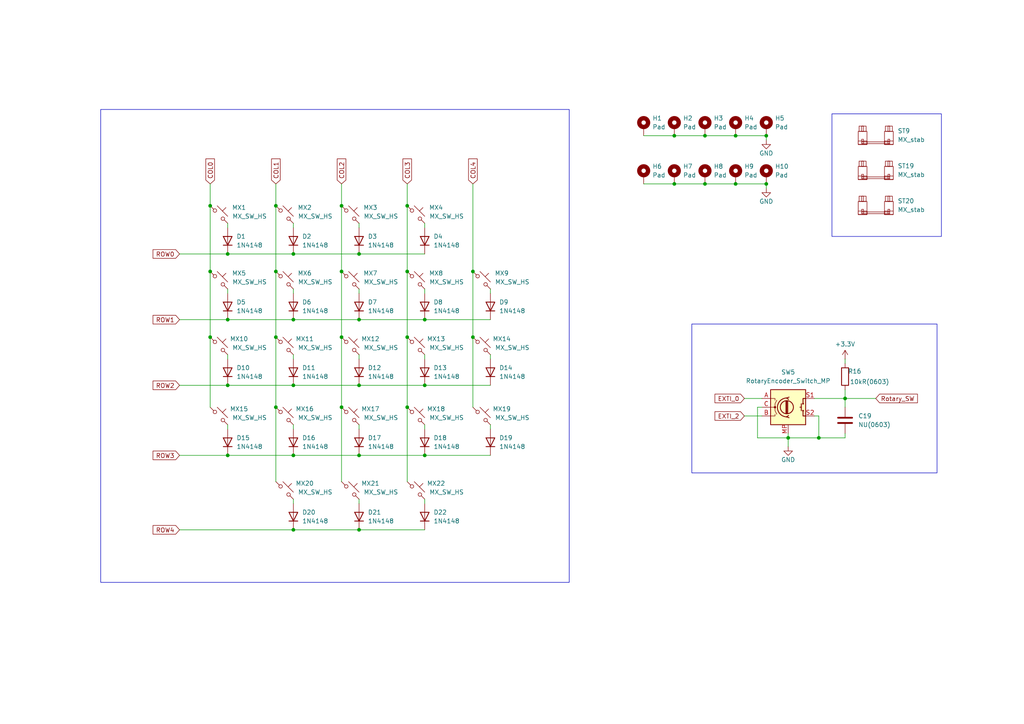
<source format=kicad_sch>
(kicad_sch
	(version 20231120)
	(generator "eeschema")
	(generator_version "8.0")
	(uuid "24f6241d-ab70-4fd2-84b5-a61f7d587770")
	(paper "A4")
	(lib_symbols
		(symbol "Device:C"
			(pin_numbers hide)
			(pin_names
				(offset 0.254)
			)
			(exclude_from_sim no)
			(in_bom yes)
			(on_board yes)
			(property "Reference" "C"
				(at 0.635 2.54 0)
				(effects
					(font
						(size 1.27 1.27)
					)
					(justify left)
				)
			)
			(property "Value" "C"
				(at 0.635 -2.54 0)
				(effects
					(font
						(size 1.27 1.27)
					)
					(justify left)
				)
			)
			(property "Footprint" ""
				(at 0.9652 -3.81 0)
				(effects
					(font
						(size 1.27 1.27)
					)
					(hide yes)
				)
			)
			(property "Datasheet" "~"
				(at 0 0 0)
				(effects
					(font
						(size 1.27 1.27)
					)
					(hide yes)
				)
			)
			(property "Description" "Unpolarized capacitor"
				(at 0 0 0)
				(effects
					(font
						(size 1.27 1.27)
					)
					(hide yes)
				)
			)
			(property "ki_keywords" "cap capacitor"
				(at 0 0 0)
				(effects
					(font
						(size 1.27 1.27)
					)
					(hide yes)
				)
			)
			(property "ki_fp_filters" "C_*"
				(at 0 0 0)
				(effects
					(font
						(size 1.27 1.27)
					)
					(hide yes)
				)
			)
			(symbol "C_0_1"
				(polyline
					(pts
						(xy -2.032 -0.762) (xy 2.032 -0.762)
					)
					(stroke
						(width 0.508)
						(type default)
					)
					(fill
						(type none)
					)
				)
				(polyline
					(pts
						(xy -2.032 0.762) (xy 2.032 0.762)
					)
					(stroke
						(width 0.508)
						(type default)
					)
					(fill
						(type none)
					)
				)
			)
			(symbol "C_1_1"
				(pin passive line
					(at 0 3.81 270)
					(length 2.794)
					(name "~"
						(effects
							(font
								(size 1.27 1.27)
							)
						)
					)
					(number "1"
						(effects
							(font
								(size 1.27 1.27)
							)
						)
					)
				)
				(pin passive line
					(at 0 -3.81 90)
					(length 2.794)
					(name "~"
						(effects
							(font
								(size 1.27 1.27)
							)
						)
					)
					(number "2"
						(effects
							(font
								(size 1.27 1.27)
							)
						)
					)
				)
			)
		)
		(symbol "Device:R"
			(pin_numbers hide)
			(pin_names
				(offset 0)
			)
			(exclude_from_sim no)
			(in_bom yes)
			(on_board yes)
			(property "Reference" "R"
				(at 2.032 0 90)
				(effects
					(font
						(size 1.27 1.27)
					)
				)
			)
			(property "Value" "R"
				(at 0 0 90)
				(effects
					(font
						(size 1.27 1.27)
					)
				)
			)
			(property "Footprint" ""
				(at -1.778 0 90)
				(effects
					(font
						(size 1.27 1.27)
					)
					(hide yes)
				)
			)
			(property "Datasheet" "~"
				(at 0 0 0)
				(effects
					(font
						(size 1.27 1.27)
					)
					(hide yes)
				)
			)
			(property "Description" "Resistor"
				(at 0 0 0)
				(effects
					(font
						(size 1.27 1.27)
					)
					(hide yes)
				)
			)
			(property "ki_keywords" "R res resistor"
				(at 0 0 0)
				(effects
					(font
						(size 1.27 1.27)
					)
					(hide yes)
				)
			)
			(property "ki_fp_filters" "R_*"
				(at 0 0 0)
				(effects
					(font
						(size 1.27 1.27)
					)
					(hide yes)
				)
			)
			(symbol "R_0_1"
				(rectangle
					(start -1.016 -2.54)
					(end 1.016 2.54)
					(stroke
						(width 0.254)
						(type default)
					)
					(fill
						(type none)
					)
				)
			)
			(symbol "R_1_1"
				(pin passive line
					(at 0 3.81 270)
					(length 1.27)
					(name "~"
						(effects
							(font
								(size 1.27 1.27)
							)
						)
					)
					(number "1"
						(effects
							(font
								(size 1.27 1.27)
							)
						)
					)
				)
				(pin passive line
					(at 0 -3.81 90)
					(length 1.27)
					(name "~"
						(effects
							(font
								(size 1.27 1.27)
							)
						)
					)
					(number "2"
						(effects
							(font
								(size 1.27 1.27)
							)
						)
					)
				)
			)
		)
		(symbol "Device:RotaryEncoder_Switch_MP"
			(pin_names
				(offset 0.254) hide)
			(exclude_from_sim no)
			(in_bom yes)
			(on_board yes)
			(property "Reference" "SW"
				(at 0 8.89 0)
				(effects
					(font
						(size 1.27 1.27)
					)
				)
			)
			(property "Value" "RotaryEncoder_Switch_MP"
				(at 0 6.35 0)
				(effects
					(font
						(size 1.27 1.27)
					)
				)
			)
			(property "Footprint" ""
				(at -3.81 4.064 0)
				(effects
					(font
						(size 1.27 1.27)
					)
					(hide yes)
				)
			)
			(property "Datasheet" "~"
				(at 0 -12.7 0)
				(effects
					(font
						(size 1.27 1.27)
					)
					(hide yes)
				)
			)
			(property "Description" "Rotary encoder, dual channel, incremental quadrate outputs, with switch and MP Pin"
				(at 0 -15.24 0)
				(effects
					(font
						(size 1.27 1.27)
					)
					(hide yes)
				)
			)
			(property "ki_keywords" "rotary switch encoder switch push button"
				(at 0 0 0)
				(effects
					(font
						(size 1.27 1.27)
					)
					(hide yes)
				)
			)
			(property "ki_fp_filters" "RotaryEncoder*Switch*"
				(at 0 0 0)
				(effects
					(font
						(size 1.27 1.27)
					)
					(hide yes)
				)
			)
			(symbol "RotaryEncoder_Switch_MP_0_1"
				(rectangle
					(start -5.08 5.08)
					(end 5.08 -5.08)
					(stroke
						(width 0.254)
						(type default)
					)
					(fill
						(type background)
					)
				)
				(circle
					(center -3.81 0)
					(radius 0.254)
					(stroke
						(width 0)
						(type default)
					)
					(fill
						(type outline)
					)
				)
				(circle
					(center -0.381 0)
					(radius 1.905)
					(stroke
						(width 0.254)
						(type default)
					)
					(fill
						(type none)
					)
				)
				(arc
					(start -0.381 2.667)
					(mid -3.0988 -0.0635)
					(end -0.381 -2.794)
					(stroke
						(width 0.254)
						(type default)
					)
					(fill
						(type none)
					)
				)
				(polyline
					(pts
						(xy -0.635 -1.778) (xy -0.635 1.778)
					)
					(stroke
						(width 0.254)
						(type default)
					)
					(fill
						(type none)
					)
				)
				(polyline
					(pts
						(xy -0.381 -1.778) (xy -0.381 1.778)
					)
					(stroke
						(width 0.254)
						(type default)
					)
					(fill
						(type none)
					)
				)
				(polyline
					(pts
						(xy -0.127 1.778) (xy -0.127 -1.778)
					)
					(stroke
						(width 0.254)
						(type default)
					)
					(fill
						(type none)
					)
				)
				(polyline
					(pts
						(xy 3.81 0) (xy 3.429 0)
					)
					(stroke
						(width 0.254)
						(type default)
					)
					(fill
						(type none)
					)
				)
				(polyline
					(pts
						(xy 3.81 1.016) (xy 3.81 -1.016)
					)
					(stroke
						(width 0.254)
						(type default)
					)
					(fill
						(type none)
					)
				)
				(polyline
					(pts
						(xy -5.08 -2.54) (xy -3.81 -2.54) (xy -3.81 -2.032)
					)
					(stroke
						(width 0)
						(type default)
					)
					(fill
						(type none)
					)
				)
				(polyline
					(pts
						(xy -5.08 2.54) (xy -3.81 2.54) (xy -3.81 2.032)
					)
					(stroke
						(width 0)
						(type default)
					)
					(fill
						(type none)
					)
				)
				(polyline
					(pts
						(xy 0.254 -3.048) (xy -0.508 -2.794) (xy 0.127 -2.413)
					)
					(stroke
						(width 0.254)
						(type default)
					)
					(fill
						(type none)
					)
				)
				(polyline
					(pts
						(xy 0.254 2.921) (xy -0.508 2.667) (xy 0.127 2.286)
					)
					(stroke
						(width 0.254)
						(type default)
					)
					(fill
						(type none)
					)
				)
				(polyline
					(pts
						(xy 5.08 -2.54) (xy 4.318 -2.54) (xy 4.318 -1.016)
					)
					(stroke
						(width 0.254)
						(type default)
					)
					(fill
						(type none)
					)
				)
				(polyline
					(pts
						(xy 5.08 2.54) (xy 4.318 2.54) (xy 4.318 1.016)
					)
					(stroke
						(width 0.254)
						(type default)
					)
					(fill
						(type none)
					)
				)
				(polyline
					(pts
						(xy -5.08 0) (xy -3.81 0) (xy -3.81 -1.016) (xy -3.302 -2.032)
					)
					(stroke
						(width 0)
						(type default)
					)
					(fill
						(type none)
					)
				)
				(polyline
					(pts
						(xy -4.318 0) (xy -3.81 0) (xy -3.81 1.016) (xy -3.302 2.032)
					)
					(stroke
						(width 0)
						(type default)
					)
					(fill
						(type none)
					)
				)
				(circle
					(center 4.318 -1.016)
					(radius 0.127)
					(stroke
						(width 0.254)
						(type default)
					)
					(fill
						(type none)
					)
				)
				(circle
					(center 4.318 1.016)
					(radius 0.127)
					(stroke
						(width 0.254)
						(type default)
					)
					(fill
						(type none)
					)
				)
			)
			(symbol "RotaryEncoder_Switch_MP_1_1"
				(pin passive line
					(at -7.62 2.54 0)
					(length 2.54)
					(name "A"
						(effects
							(font
								(size 1.27 1.27)
							)
						)
					)
					(number "A"
						(effects
							(font
								(size 1.27 1.27)
							)
						)
					)
				)
				(pin passive line
					(at -7.62 -2.54 0)
					(length 2.54)
					(name "B"
						(effects
							(font
								(size 1.27 1.27)
							)
						)
					)
					(number "B"
						(effects
							(font
								(size 1.27 1.27)
							)
						)
					)
				)
				(pin passive line
					(at -7.62 0 0)
					(length 2.54)
					(name "C"
						(effects
							(font
								(size 1.27 1.27)
							)
						)
					)
					(number "C"
						(effects
							(font
								(size 1.27 1.27)
							)
						)
					)
				)
				(pin passive line
					(at 0 -7.62 90)
					(length 2.54)
					(name "MP"
						(effects
							(font
								(size 1.27 1.27)
							)
						)
					)
					(number "MP"
						(effects
							(font
								(size 1.27 1.27)
							)
						)
					)
				)
				(pin passive line
					(at 7.62 2.54 180)
					(length 2.54)
					(name "S1"
						(effects
							(font
								(size 1.27 1.27)
							)
						)
					)
					(number "S1"
						(effects
							(font
								(size 1.27 1.27)
							)
						)
					)
				)
				(pin passive line
					(at 7.62 -2.54 180)
					(length 2.54)
					(name "S2"
						(effects
							(font
								(size 1.27 1.27)
							)
						)
					)
					(number "S2"
						(effects
							(font
								(size 1.27 1.27)
							)
						)
					)
				)
			)
		)
		(symbol "Diode:1N4148"
			(pin_numbers hide)
			(pin_names hide)
			(exclude_from_sim no)
			(in_bom yes)
			(on_board yes)
			(property "Reference" "D"
				(at 0 2.54 0)
				(effects
					(font
						(size 1.27 1.27)
					)
				)
			)
			(property "Value" "1N4148"
				(at 0 -2.54 0)
				(effects
					(font
						(size 1.27 1.27)
					)
				)
			)
			(property "Footprint" "Diode_THT:D_DO-35_SOD27_P7.62mm_Horizontal"
				(at 0 0 0)
				(effects
					(font
						(size 1.27 1.27)
					)
					(hide yes)
				)
			)
			(property "Datasheet" "https://assets.nexperia.com/documents/data-sheet/1N4148_1N4448.pdf"
				(at 0 0 0)
				(effects
					(font
						(size 1.27 1.27)
					)
					(hide yes)
				)
			)
			(property "Description" "100V 0.15A standard switching diode, DO-35"
				(at 0 0 0)
				(effects
					(font
						(size 1.27 1.27)
					)
					(hide yes)
				)
			)
			(property "Sim.Device" "D"
				(at 0 0 0)
				(effects
					(font
						(size 1.27 1.27)
					)
					(hide yes)
				)
			)
			(property "Sim.Pins" "1=K 2=A"
				(at 0 0 0)
				(effects
					(font
						(size 1.27 1.27)
					)
					(hide yes)
				)
			)
			(property "ki_keywords" "diode"
				(at 0 0 0)
				(effects
					(font
						(size 1.27 1.27)
					)
					(hide yes)
				)
			)
			(property "ki_fp_filters" "D*DO?35*"
				(at 0 0 0)
				(effects
					(font
						(size 1.27 1.27)
					)
					(hide yes)
				)
			)
			(symbol "1N4148_0_1"
				(polyline
					(pts
						(xy -1.27 1.27) (xy -1.27 -1.27)
					)
					(stroke
						(width 0.254)
						(type default)
					)
					(fill
						(type none)
					)
				)
				(polyline
					(pts
						(xy 1.27 0) (xy -1.27 0)
					)
					(stroke
						(width 0)
						(type default)
					)
					(fill
						(type none)
					)
				)
				(polyline
					(pts
						(xy 1.27 1.27) (xy 1.27 -1.27) (xy -1.27 0) (xy 1.27 1.27)
					)
					(stroke
						(width 0.254)
						(type default)
					)
					(fill
						(type none)
					)
				)
			)
			(symbol "1N4148_1_1"
				(pin passive line
					(at -3.81 0 0)
					(length 2.54)
					(name "K"
						(effects
							(font
								(size 1.27 1.27)
							)
						)
					)
					(number "1"
						(effects
							(font
								(size 1.27 1.27)
							)
						)
					)
				)
				(pin passive line
					(at 3.81 0 180)
					(length 2.54)
					(name "A"
						(effects
							(font
								(size 1.27 1.27)
							)
						)
					)
					(number "2"
						(effects
							(font
								(size 1.27 1.27)
							)
						)
					)
				)
			)
		)
		(symbol "Mechanical:MountingHole_Pad"
			(pin_numbers hide)
			(pin_names
				(offset 1.016) hide)
			(exclude_from_sim yes)
			(in_bom no)
			(on_board yes)
			(property "Reference" "H"
				(at 0 6.35 0)
				(effects
					(font
						(size 1.27 1.27)
					)
				)
			)
			(property "Value" "MountingHole_Pad"
				(at 0 4.445 0)
				(effects
					(font
						(size 1.27 1.27)
					)
				)
			)
			(property "Footprint" ""
				(at 0 0 0)
				(effects
					(font
						(size 1.27 1.27)
					)
					(hide yes)
				)
			)
			(property "Datasheet" "~"
				(at 0 0 0)
				(effects
					(font
						(size 1.27 1.27)
					)
					(hide yes)
				)
			)
			(property "Description" "Mounting Hole with connection"
				(at 0 0 0)
				(effects
					(font
						(size 1.27 1.27)
					)
					(hide yes)
				)
			)
			(property "ki_keywords" "mounting hole"
				(at 0 0 0)
				(effects
					(font
						(size 1.27 1.27)
					)
					(hide yes)
				)
			)
			(property "ki_fp_filters" "MountingHole*Pad*"
				(at 0 0 0)
				(effects
					(font
						(size 1.27 1.27)
					)
					(hide yes)
				)
			)
			(symbol "MountingHole_Pad_0_1"
				(circle
					(center 0 1.27)
					(radius 1.27)
					(stroke
						(width 1.27)
						(type default)
					)
					(fill
						(type none)
					)
				)
			)
			(symbol "MountingHole_Pad_1_1"
				(pin input line
					(at 0 -2.54 90)
					(length 2.54)
					(name "1"
						(effects
							(font
								(size 1.27 1.27)
							)
						)
					)
					(number "1"
						(effects
							(font
								(size 1.27 1.27)
							)
						)
					)
				)
			)
		)
		(symbol "PCM_marbastlib-mx:MX_SW_HS_CPG151101S11"
			(pin_numbers hide)
			(pin_names
				(offset 1.016) hide)
			(exclude_from_sim no)
			(in_bom yes)
			(on_board yes)
			(property "Reference" "MX"
				(at 3.048 1.016 0)
				(effects
					(font
						(size 1.27 1.27)
					)
					(justify left)
				)
			)
			(property "Value" "MX_SW_HS"
				(at 0 -3.81 0)
				(effects
					(font
						(size 1.27 1.27)
					)
				)
			)
			(property "Footprint" "PCM_marbastlib-mx:SW_MX_HS_CPG151101S11_1u"
				(at 0 0 0)
				(effects
					(font
						(size 1.27 1.27)
					)
					(hide yes)
				)
			)
			(property "Datasheet" "~"
				(at 0 0 0)
				(effects
					(font
						(size 1.27 1.27)
					)
					(hide yes)
				)
			)
			(property "Description" "Push button switch, normally open, two pins, 45° tilted, Kailh CPG151101S11 for Cherry MX style switches"
				(at 0 0 0)
				(effects
					(font
						(size 1.27 1.27)
					)
					(hide yes)
				)
			)
			(property "ki_keywords" "switch normally-open pushbutton push-button"
				(at 0 0 0)
				(effects
					(font
						(size 1.27 1.27)
					)
					(hide yes)
				)
			)
			(symbol "MX_SW_HS_CPG151101S11_0_1"
				(circle
					(center -1.1684 1.1684)
					(radius 0.508)
					(stroke
						(width 0)
						(type default)
					)
					(fill
						(type none)
					)
				)
				(polyline
					(pts
						(xy -0.508 2.54) (xy 2.54 -0.508)
					)
					(stroke
						(width 0)
						(type default)
					)
					(fill
						(type none)
					)
				)
				(polyline
					(pts
						(xy 1.016 1.016) (xy 2.032 2.032)
					)
					(stroke
						(width 0)
						(type default)
					)
					(fill
						(type none)
					)
				)
				(polyline
					(pts
						(xy -2.54 2.54) (xy -1.524 1.524) (xy -1.524 1.524)
					)
					(stroke
						(width 0)
						(type default)
					)
					(fill
						(type none)
					)
				)
				(polyline
					(pts
						(xy 1.524 -1.524) (xy 2.54 -2.54) (xy 2.54 -2.54) (xy 2.54 -2.54)
					)
					(stroke
						(width 0)
						(type default)
					)
					(fill
						(type none)
					)
				)
				(circle
					(center 1.143 -1.1938)
					(radius 0.508)
					(stroke
						(width 0)
						(type default)
					)
					(fill
						(type none)
					)
				)
				(pin passive line
					(at -2.54 2.54 0)
					(length 0)
					(name "1"
						(effects
							(font
								(size 1.27 1.27)
							)
						)
					)
					(number "1"
						(effects
							(font
								(size 1.27 1.27)
							)
						)
					)
				)
				(pin passive line
					(at 2.54 -2.54 180)
					(length 0)
					(name "2"
						(effects
							(font
								(size 1.27 1.27)
							)
						)
					)
					(number "2"
						(effects
							(font
								(size 1.27 1.27)
							)
						)
					)
				)
			)
		)
		(symbol "PCM_marbastlib-mx:MX_stab"
			(pin_names
				(offset 1.016)
			)
			(exclude_from_sim no)
			(in_bom yes)
			(on_board yes)
			(property "Reference" "S"
				(at -5.08 6.35 0)
				(effects
					(font
						(size 1.27 1.27)
					)
					(justify left)
				)
			)
			(property "Value" "MX_stab"
				(at -5.08 3.81 0)
				(effects
					(font
						(size 1.27 1.27)
					)
					(justify left)
				)
			)
			(property "Footprint" "PCM_marbastlib-mx:STAB_MX_P_6.25u"
				(at 0 0 0)
				(effects
					(font
						(size 1.27 1.27)
					)
					(hide yes)
				)
			)
			(property "Datasheet" ""
				(at 0 0 0)
				(effects
					(font
						(size 1.27 1.27)
					)
					(hide yes)
				)
			)
			(property "Description" "Cherry MX-style stabilizer"
				(at 0 0 0)
				(effects
					(font
						(size 1.27 1.27)
					)
					(hide yes)
				)
			)
			(property "ki_keywords" "cherry mx stabilizer stab"
				(at 0 0 0)
				(effects
					(font
						(size 1.27 1.27)
					)
					(hide yes)
				)
			)
			(symbol "MX_stab_0_1"
				(rectangle
					(start -5.08 -1.524)
					(end -2.54 -2.54)
					(stroke
						(width 0)
						(type default)
					)
					(fill
						(type none)
					)
				)
				(rectangle
					(start -5.08 1.27)
					(end -2.54 -2.54)
					(stroke
						(width 0)
						(type default)
					)
					(fill
						(type none)
					)
				)
				(rectangle
					(start -4.826 2.794)
					(end -2.794 1.27)
					(stroke
						(width 0)
						(type default)
					)
					(fill
						(type none)
					)
				)
				(rectangle
					(start -4.064 -2.286)
					(end -3.556 -1.016)
					(stroke
						(width 0)
						(type default)
					)
					(fill
						(type none)
					)
				)
				(rectangle
					(start -4.064 -1.778)
					(end 4.064 -2.286)
					(stroke
						(width 0)
						(type default)
					)
					(fill
						(type none)
					)
				)
				(rectangle
					(start -4.064 1.27)
					(end -3.556 2.794)
					(stroke
						(width 0)
						(type default)
					)
					(fill
						(type none)
					)
				)
				(rectangle
					(start 2.54 -1.524)
					(end 5.08 -2.54)
					(stroke
						(width 0)
						(type default)
					)
					(fill
						(type none)
					)
				)
				(rectangle
					(start 2.54 1.27)
					(end 5.08 -2.54)
					(stroke
						(width 0)
						(type default)
					)
					(fill
						(type none)
					)
				)
				(rectangle
					(start 2.794 2.794)
					(end 4.826 1.27)
					(stroke
						(width 0)
						(type default)
					)
					(fill
						(type none)
					)
				)
				(rectangle
					(start 3.556 1.27)
					(end 4.064 2.794)
					(stroke
						(width 0)
						(type default)
					)
					(fill
						(type none)
					)
				)
				(rectangle
					(start 4.064 -2.286)
					(end 3.556 -1.016)
					(stroke
						(width 0)
						(type default)
					)
					(fill
						(type none)
					)
				)
			)
		)
		(symbol "power:+3.3V"
			(power)
			(pin_numbers hide)
			(pin_names
				(offset 0) hide)
			(exclude_from_sim no)
			(in_bom yes)
			(on_board yes)
			(property "Reference" "#PWR"
				(at 0 -3.81 0)
				(effects
					(font
						(size 1.27 1.27)
					)
					(hide yes)
				)
			)
			(property "Value" "+3.3V"
				(at 0 3.556 0)
				(effects
					(font
						(size 1.27 1.27)
					)
				)
			)
			(property "Footprint" ""
				(at 0 0 0)
				(effects
					(font
						(size 1.27 1.27)
					)
					(hide yes)
				)
			)
			(property "Datasheet" ""
				(at 0 0 0)
				(effects
					(font
						(size 1.27 1.27)
					)
					(hide yes)
				)
			)
			(property "Description" "Power symbol creates a global label with name \"+3.3V\""
				(at 0 0 0)
				(effects
					(font
						(size 1.27 1.27)
					)
					(hide yes)
				)
			)
			(property "ki_keywords" "global power"
				(at 0 0 0)
				(effects
					(font
						(size 1.27 1.27)
					)
					(hide yes)
				)
			)
			(symbol "+3.3V_0_1"
				(polyline
					(pts
						(xy -0.762 1.27) (xy 0 2.54)
					)
					(stroke
						(width 0)
						(type default)
					)
					(fill
						(type none)
					)
				)
				(polyline
					(pts
						(xy 0 0) (xy 0 2.54)
					)
					(stroke
						(width 0)
						(type default)
					)
					(fill
						(type none)
					)
				)
				(polyline
					(pts
						(xy 0 2.54) (xy 0.762 1.27)
					)
					(stroke
						(width 0)
						(type default)
					)
					(fill
						(type none)
					)
				)
			)
			(symbol "+3.3V_1_1"
				(pin power_in line
					(at 0 0 90)
					(length 0)
					(name "~"
						(effects
							(font
								(size 1.27 1.27)
							)
						)
					)
					(number "1"
						(effects
							(font
								(size 1.27 1.27)
							)
						)
					)
				)
			)
		)
		(symbol "power:GND"
			(power)
			(pin_numbers hide)
			(pin_names
				(offset 0) hide)
			(exclude_from_sim no)
			(in_bom yes)
			(on_board yes)
			(property "Reference" "#PWR"
				(at 0 -6.35 0)
				(effects
					(font
						(size 1.27 1.27)
					)
					(hide yes)
				)
			)
			(property "Value" "GND"
				(at 0 -3.81 0)
				(effects
					(font
						(size 1.27 1.27)
					)
				)
			)
			(property "Footprint" ""
				(at 0 0 0)
				(effects
					(font
						(size 1.27 1.27)
					)
					(hide yes)
				)
			)
			(property "Datasheet" ""
				(at 0 0 0)
				(effects
					(font
						(size 1.27 1.27)
					)
					(hide yes)
				)
			)
			(property "Description" "Power symbol creates a global label with name \"GND\" , ground"
				(at 0 0 0)
				(effects
					(font
						(size 1.27 1.27)
					)
					(hide yes)
				)
			)
			(property "ki_keywords" "global power"
				(at 0 0 0)
				(effects
					(font
						(size 1.27 1.27)
					)
					(hide yes)
				)
			)
			(symbol "GND_0_1"
				(polyline
					(pts
						(xy 0 0) (xy 0 -1.27) (xy 1.27 -1.27) (xy 0 -2.54) (xy -1.27 -1.27) (xy 0 -1.27)
					)
					(stroke
						(width 0)
						(type default)
					)
					(fill
						(type none)
					)
				)
			)
			(symbol "GND_1_1"
				(pin power_in line
					(at 0 0 270)
					(length 0)
					(name "~"
						(effects
							(font
								(size 1.27 1.27)
							)
						)
					)
					(number "1"
						(effects
							(font
								(size 1.27 1.27)
							)
						)
					)
				)
			)
		)
	)
	(junction
		(at 85.09 153.67)
		(diameter 0)
		(color 0 0 0 0)
		(uuid "16557d38-3c57-4993-b01d-d8f38a842f7f")
	)
	(junction
		(at 99.06 59.69)
		(diameter 0)
		(color 0 0 0 0)
		(uuid "24331e79-bbaa-4d54-bc30-d20299a888a6")
	)
	(junction
		(at 123.19 92.71)
		(diameter 0)
		(color 0 0 0 0)
		(uuid "25e53ec1-b462-4f24-bb8c-7dde79a45d17")
	)
	(junction
		(at 222.25 53.34)
		(diameter 0)
		(color 0 0 0 0)
		(uuid "3343a66a-a0d4-4987-83bf-5df8e48a2f17")
	)
	(junction
		(at 118.11 97.79)
		(diameter 0)
		(color 0 0 0 0)
		(uuid "37123f5c-a610-4b78-b92a-c2e7f99add63")
	)
	(junction
		(at 60.96 78.74)
		(diameter 0)
		(color 0 0 0 0)
		(uuid "3b46081e-a742-4385-94c5-f2f117a13c61")
	)
	(junction
		(at 66.04 111.76)
		(diameter 0)
		(color 0 0 0 0)
		(uuid "3bc28bd9-3914-4245-8616-93221aa45974")
	)
	(junction
		(at 213.36 39.37)
		(diameter 0)
		(color 0 0 0 0)
		(uuid "3d67269a-90d1-422b-a4e9-9c0dbc963b55")
	)
	(junction
		(at 85.09 111.76)
		(diameter 0)
		(color 0 0 0 0)
		(uuid "3fd5e4df-29e8-4a93-8946-65ccd1b48fe5")
	)
	(junction
		(at 85.09 73.66)
		(diameter 0)
		(color 0 0 0 0)
		(uuid "4c350f9f-1e2c-4a7f-b1b8-231511665ed3")
	)
	(junction
		(at 80.01 118.11)
		(diameter 0)
		(color 0 0 0 0)
		(uuid "4d5dd60f-5fec-46cc-b1d4-81d897b65f2b")
	)
	(junction
		(at 66.04 73.66)
		(diameter 0)
		(color 0 0 0 0)
		(uuid "4f65eea0-1433-4d1c-b5e5-cade5fc5df9c")
	)
	(junction
		(at 80.01 59.69)
		(diameter 0)
		(color 0 0 0 0)
		(uuid "54d6a36b-417e-4c28-8592-2a88955e38ba")
	)
	(junction
		(at 80.01 97.79)
		(diameter 0)
		(color 0 0 0 0)
		(uuid "57625820-4810-4074-b8f9-4b5bd716dedd")
	)
	(junction
		(at 137.16 97.79)
		(diameter 0)
		(color 0 0 0 0)
		(uuid "5866b192-baab-49b8-9e72-b3c802ff8d8b")
	)
	(junction
		(at 204.47 39.37)
		(diameter 0)
		(color 0 0 0 0)
		(uuid "5d3a4c45-8fb5-4a17-8f26-3913de12577a")
	)
	(junction
		(at 222.25 39.37)
		(diameter 0)
		(color 0 0 0 0)
		(uuid "631584bb-736f-4c42-8893-5c690cf9bd17")
	)
	(junction
		(at 118.11 118.11)
		(diameter 0)
		(color 0 0 0 0)
		(uuid "635fa32b-a065-4e97-86c1-0949785f1c98")
	)
	(junction
		(at 99.06 118.11)
		(diameter 0)
		(color 0 0 0 0)
		(uuid "6460ce5e-926a-4b8d-9539-f48a69606349")
	)
	(junction
		(at 237.49 127)
		(diameter 0)
		(color 0 0 0 0)
		(uuid "6b035b0f-1fee-47c6-a711-34a08fe30e94")
	)
	(junction
		(at 123.19 111.76)
		(diameter 0)
		(color 0 0 0 0)
		(uuid "6bda4b34-e436-4051-a705-af0afc663658")
	)
	(junction
		(at 60.96 97.79)
		(diameter 0)
		(color 0 0 0 0)
		(uuid "6cebfac2-14f5-459e-a7e6-2a4ff0454774")
	)
	(junction
		(at 85.09 92.71)
		(diameter 0)
		(color 0 0 0 0)
		(uuid "70f4c748-6b40-4524-9a35-7b56c5f257a8")
	)
	(junction
		(at 104.14 73.66)
		(diameter 0)
		(color 0 0 0 0)
		(uuid "792b4454-f11f-46cc-a21c-3fdb31d37293")
	)
	(junction
		(at 60.96 59.69)
		(diameter 0)
		(color 0 0 0 0)
		(uuid "796c0086-032f-4798-b011-2e5daa7dd886")
	)
	(junction
		(at 85.09 132.08)
		(diameter 0)
		(color 0 0 0 0)
		(uuid "7b90c60d-4cde-4c2d-a501-2d676c3ad877")
	)
	(junction
		(at 99.06 97.79)
		(diameter 0)
		(color 0 0 0 0)
		(uuid "9d29f077-b1e1-4dcd-b67f-1bb3bdbbdc17")
	)
	(junction
		(at 195.58 39.37)
		(diameter 0)
		(color 0 0 0 0)
		(uuid "a137d44f-440b-4529-9ea7-17650f94442a")
	)
	(junction
		(at 104.14 132.08)
		(diameter 0)
		(color 0 0 0 0)
		(uuid "a62a8c16-bea8-4cf2-a71f-d451a95af995")
	)
	(junction
		(at 228.6 127)
		(diameter 0)
		(color 0 0 0 0)
		(uuid "a789e2f6-ae82-4ee9-9f4c-d583e00da730")
	)
	(junction
		(at 123.19 132.08)
		(diameter 0)
		(color 0 0 0 0)
		(uuid "ae49e89b-dbb2-4a2f-83d7-a779b5bf9936")
	)
	(junction
		(at 204.47 53.34)
		(diameter 0)
		(color 0 0 0 0)
		(uuid "ae527283-b30c-4dc6-b8a8-e784ba7d95fd")
	)
	(junction
		(at 66.04 132.08)
		(diameter 0)
		(color 0 0 0 0)
		(uuid "b5106bca-007c-4170-8662-80c4b46e52bd")
	)
	(junction
		(at 104.14 111.76)
		(diameter 0)
		(color 0 0 0 0)
		(uuid "b690e841-649e-4533-b8b4-8ccc2f10e46e")
	)
	(junction
		(at 104.14 92.71)
		(diameter 0)
		(color 0 0 0 0)
		(uuid "bcd40321-e7d9-4284-a854-601d85f7ba6e")
	)
	(junction
		(at 118.11 78.74)
		(diameter 0)
		(color 0 0 0 0)
		(uuid "be4338a6-5110-466f-9aca-6c4af6f4ef16")
	)
	(junction
		(at 118.11 59.69)
		(diameter 0)
		(color 0 0 0 0)
		(uuid "c381fc8b-57e7-47b1-9d8a-7720568c9183")
	)
	(junction
		(at 213.36 53.34)
		(diameter 0)
		(color 0 0 0 0)
		(uuid "d94cecb1-f45a-49b7-988f-d435f4c6e598")
	)
	(junction
		(at 66.04 92.71)
		(diameter 0)
		(color 0 0 0 0)
		(uuid "dca688f9-aa08-4d32-9a56-57e8455e9384")
	)
	(junction
		(at 245.11 115.57)
		(diameter 0)
		(color 0 0 0 0)
		(uuid "e0deae7d-50c5-4433-ab00-5e6eb3c5c300")
	)
	(junction
		(at 99.06 78.74)
		(diameter 0)
		(color 0 0 0 0)
		(uuid "f2843700-a5bb-4ce0-a558-10ba5da27642")
	)
	(junction
		(at 195.58 53.34)
		(diameter 0)
		(color 0 0 0 0)
		(uuid "f767e54f-6117-446b-99ba-aedc1ba69475")
	)
	(junction
		(at 80.01 78.74)
		(diameter 0)
		(color 0 0 0 0)
		(uuid "f97f2de0-8d73-497d-a5ff-ae3b20acd1ae")
	)
	(junction
		(at 137.16 78.74)
		(diameter 0)
		(color 0 0 0 0)
		(uuid "fa6400d4-0b19-4197-802f-56b24daa29f9")
	)
	(junction
		(at 104.14 153.67)
		(diameter 0)
		(color 0 0 0 0)
		(uuid "fe22fc34-508f-48c4-a754-13c33f7168c6")
	)
	(wire
		(pts
			(xy 99.06 53.34) (xy 99.06 59.69)
		)
		(stroke
			(width 0)
			(type default)
		)
		(uuid "0def753b-7f2d-46d6-9cec-f716367987c7")
	)
	(wire
		(pts
			(xy 99.06 118.11) (xy 99.06 139.7)
		)
		(stroke
			(width 0)
			(type default)
		)
		(uuid "0f2c510f-f12d-48c2-8a6f-2459bef727b1")
	)
	(wire
		(pts
			(xy 66.04 66.04) (xy 66.04 64.77)
		)
		(stroke
			(width 0)
			(type default)
		)
		(uuid "127972e2-d1dc-47e5-8410-2948e4b20d48")
	)
	(wire
		(pts
			(xy 222.25 39.37) (xy 222.25 40.64)
		)
		(stroke
			(width 0)
			(type default)
		)
		(uuid "13288979-7b8f-4e66-97c6-08a455ce256a")
	)
	(wire
		(pts
			(xy 195.58 39.37) (xy 204.47 39.37)
		)
		(stroke
			(width 0)
			(type default)
		)
		(uuid "1349209e-7383-427f-b464-288aeabc01e5")
	)
	(wire
		(pts
			(xy 220.98 118.11) (xy 219.71 118.11)
		)
		(stroke
			(width 0)
			(type default)
		)
		(uuid "1427ae10-b69b-4804-be95-3f42cd0f9d79")
	)
	(wire
		(pts
			(xy 66.04 132.08) (xy 85.09 132.08)
		)
		(stroke
			(width 0)
			(type default)
		)
		(uuid "152d6699-0bc2-44cc-a151-4440692ab65d")
	)
	(wire
		(pts
			(xy 123.19 111.76) (xy 142.24 111.76)
		)
		(stroke
			(width 0)
			(type default)
		)
		(uuid "15415a45-9d73-45be-a5f1-2173a8e40745")
	)
	(wire
		(pts
			(xy 104.14 104.14) (xy 104.14 102.87)
		)
		(stroke
			(width 0)
			(type default)
		)
		(uuid "18225472-0863-4b5b-8af3-408bf823ee4a")
	)
	(wire
		(pts
			(xy 66.04 111.76) (xy 85.09 111.76)
		)
		(stroke
			(width 0)
			(type default)
		)
		(uuid "18725fd5-81ac-485c-a951-266381ffacd3")
	)
	(wire
		(pts
			(xy 118.11 78.74) (xy 118.11 97.79)
		)
		(stroke
			(width 0)
			(type default)
		)
		(uuid "1af57010-c16d-41e9-9024-e80532c8ea85")
	)
	(wire
		(pts
			(xy 85.09 111.76) (xy 104.14 111.76)
		)
		(stroke
			(width 0)
			(type default)
		)
		(uuid "1df3c935-911a-4982-8776-09bc9d91700b")
	)
	(wire
		(pts
			(xy 228.6 125.73) (xy 228.6 127)
		)
		(stroke
			(width 0)
			(type default)
		)
		(uuid "1f69717b-c746-42e2-982e-56c37e7cd2b2")
	)
	(wire
		(pts
			(xy 85.09 132.08) (xy 104.14 132.08)
		)
		(stroke
			(width 0)
			(type default)
		)
		(uuid "22f1bbea-b6b9-4726-bf09-b51cfb547f16")
	)
	(wire
		(pts
			(xy 195.58 53.34) (xy 204.47 53.34)
		)
		(stroke
			(width 0)
			(type default)
		)
		(uuid "286bd285-429e-4693-adc3-7c1c28bcd6d6")
	)
	(wire
		(pts
			(xy 123.19 132.08) (xy 142.24 132.08)
		)
		(stroke
			(width 0)
			(type default)
		)
		(uuid "2afee3e2-4771-4255-8859-8237d43ef37e")
	)
	(wire
		(pts
			(xy 123.19 104.14) (xy 123.19 102.87)
		)
		(stroke
			(width 0)
			(type default)
		)
		(uuid "2c17ef70-ef2f-4afa-9fe2-7edfccf1741c")
	)
	(wire
		(pts
			(xy 85.09 66.04) (xy 85.09 64.77)
		)
		(stroke
			(width 0)
			(type default)
		)
		(uuid "3597f50b-95e7-49a1-8475-a73440fc06b8")
	)
	(wire
		(pts
			(xy 52.07 132.08) (xy 66.04 132.08)
		)
		(stroke
			(width 0)
			(type default)
		)
		(uuid "38ce29a7-bc2b-4b1a-9330-b4b3cc2b3b7b")
	)
	(wire
		(pts
			(xy 228.6 127) (xy 228.6 129.54)
		)
		(stroke
			(width 0)
			(type default)
		)
		(uuid "3be985bc-12ed-4086-9cd1-30927b17897f")
	)
	(wire
		(pts
			(xy 80.01 53.34) (xy 80.01 59.69)
		)
		(stroke
			(width 0)
			(type default)
		)
		(uuid "4079dd66-cefc-4130-ac12-bd34c50dd244")
	)
	(wire
		(pts
			(xy 219.71 127) (xy 228.6 127)
		)
		(stroke
			(width 0)
			(type default)
		)
		(uuid "41a5383f-a03c-488a-9ab8-7e50397c64d0")
	)
	(wire
		(pts
			(xy 118.11 97.79) (xy 118.11 118.11)
		)
		(stroke
			(width 0)
			(type default)
		)
		(uuid "41c3ae64-62b9-4513-a3de-6898f7a01150")
	)
	(wire
		(pts
			(xy 80.01 118.11) (xy 80.01 139.7)
		)
		(stroke
			(width 0)
			(type default)
		)
		(uuid "48eff835-4d55-4d30-aa3d-6890b9208854")
	)
	(wire
		(pts
			(xy 104.14 153.67) (xy 123.19 153.67)
		)
		(stroke
			(width 0)
			(type default)
		)
		(uuid "4ad1868d-55db-4d3a-b1ac-2be84b0bb665")
	)
	(wire
		(pts
			(xy 204.47 39.37) (xy 213.36 39.37)
		)
		(stroke
			(width 0)
			(type default)
		)
		(uuid "4bffcd8f-da92-446a-9030-fd7f3a528a33")
	)
	(wire
		(pts
			(xy 66.04 104.14) (xy 66.04 102.87)
		)
		(stroke
			(width 0)
			(type default)
		)
		(uuid "4fb84a60-ce2a-4478-babf-b485d0133b43")
	)
	(wire
		(pts
			(xy 204.47 53.34) (xy 213.36 53.34)
		)
		(stroke
			(width 0)
			(type default)
		)
		(uuid "5428a5b6-5eab-4b7f-b4ca-b20349fa734e")
	)
	(wire
		(pts
			(xy 52.07 111.76) (xy 66.04 111.76)
		)
		(stroke
			(width 0)
			(type default)
		)
		(uuid "56a13480-86f7-43ab-9f02-2a00a454219c")
	)
	(wire
		(pts
			(xy 123.19 66.04) (xy 123.19 64.77)
		)
		(stroke
			(width 0)
			(type default)
		)
		(uuid "58521f63-6b5e-47fe-80e8-7b51d002048d")
	)
	(wire
		(pts
			(xy 213.36 53.34) (xy 222.25 53.34)
		)
		(stroke
			(width 0)
			(type default)
		)
		(uuid "5b1c843d-38ac-43f6-b45a-a987dc923893")
	)
	(wire
		(pts
			(xy 85.09 92.71) (xy 104.14 92.71)
		)
		(stroke
			(width 0)
			(type default)
		)
		(uuid "5d252f94-36e3-4125-8e46-9dec328b455a")
	)
	(wire
		(pts
			(xy 99.06 78.74) (xy 99.06 97.79)
		)
		(stroke
			(width 0)
			(type default)
		)
		(uuid "5dfab45f-f1a6-491b-ab47-bd3f1d8582c7")
	)
	(wire
		(pts
			(xy 85.09 153.67) (xy 104.14 153.67)
		)
		(stroke
			(width 0)
			(type default)
		)
		(uuid "6827f3f9-fa95-40c7-a8c8-31ed1dc1b4f9")
	)
	(wire
		(pts
			(xy 104.14 66.04) (xy 104.14 64.77)
		)
		(stroke
			(width 0)
			(type default)
		)
		(uuid "6d502f59-ee47-4813-a31a-0f521da36e6f")
	)
	(wire
		(pts
			(xy 85.09 104.14) (xy 85.09 102.87)
		)
		(stroke
			(width 0)
			(type default)
		)
		(uuid "7304a8fd-f5ae-4898-9a7c-7f3d7e716799")
	)
	(wire
		(pts
			(xy 60.96 53.34) (xy 60.96 59.69)
		)
		(stroke
			(width 0)
			(type default)
		)
		(uuid "75a0f0e9-0c7c-4e9b-9115-a132f4d666f2")
	)
	(wire
		(pts
			(xy 142.24 124.46) (xy 142.24 123.19)
		)
		(stroke
			(width 0)
			(type default)
		)
		(uuid "76b9afa0-4249-48e4-8ea6-46ff32996443")
	)
	(wire
		(pts
			(xy 245.11 127) (xy 237.49 127)
		)
		(stroke
			(width 0)
			(type default)
		)
		(uuid "7b3aac63-0b7b-4efc-ac75-0684c1f45115")
	)
	(wire
		(pts
			(xy 215.9 115.57) (xy 220.98 115.57)
		)
		(stroke
			(width 0)
			(type default)
		)
		(uuid "7d1fbf9c-1893-4e39-b37d-9bbe7617de97")
	)
	(wire
		(pts
			(xy 245.11 104.14) (xy 245.11 105.41)
		)
		(stroke
			(width 0)
			(type default)
		)
		(uuid "7dca4479-1a18-4b36-abaa-58a9c4e9810b")
	)
	(wire
		(pts
			(xy 104.14 132.08) (xy 123.19 132.08)
		)
		(stroke
			(width 0)
			(type default)
		)
		(uuid "826760fd-aad1-4188-9510-f85eccf7ecf6")
	)
	(wire
		(pts
			(xy 245.11 115.57) (xy 245.11 118.11)
		)
		(stroke
			(width 0)
			(type default)
		)
		(uuid "843de536-1f67-442c-b109-d805a7b4b5b9")
	)
	(wire
		(pts
			(xy 186.69 39.37) (xy 195.58 39.37)
		)
		(stroke
			(width 0)
			(type default)
		)
		(uuid "868440c7-328d-4ecb-b5f6-5b4ce5002488")
	)
	(wire
		(pts
			(xy 99.06 59.69) (xy 99.06 78.74)
		)
		(stroke
			(width 0)
			(type default)
		)
		(uuid "9289dab1-8269-44e4-b49a-fb5d84c3ee72")
	)
	(wire
		(pts
			(xy 123.19 124.46) (xy 123.19 123.19)
		)
		(stroke
			(width 0)
			(type default)
		)
		(uuid "928d1502-9089-4714-852f-0cc4520f2279")
	)
	(wire
		(pts
			(xy 123.19 146.05) (xy 123.19 144.78)
		)
		(stroke
			(width 0)
			(type default)
		)
		(uuid "929213b6-28e4-4646-8cac-1ec9e2debc6e")
	)
	(wire
		(pts
			(xy 104.14 85.09) (xy 104.14 83.82)
		)
		(stroke
			(width 0)
			(type default)
		)
		(uuid "930803c9-54c2-459b-8454-687330179a2d")
	)
	(wire
		(pts
			(xy 215.9 120.65) (xy 220.98 120.65)
		)
		(stroke
			(width 0)
			(type default)
		)
		(uuid "935aa800-dbe0-45bc-a5bc-b57e589d8a0f")
	)
	(wire
		(pts
			(xy 219.71 118.11) (xy 219.71 127)
		)
		(stroke
			(width 0)
			(type default)
		)
		(uuid "93a62547-6519-4c65-9c31-9d742adcddd1")
	)
	(wire
		(pts
			(xy 85.09 73.66) (xy 104.14 73.66)
		)
		(stroke
			(width 0)
			(type default)
		)
		(uuid "94c549d3-b6e8-42bc-a30c-db31f1cf0c81")
	)
	(wire
		(pts
			(xy 80.01 97.79) (xy 80.01 118.11)
		)
		(stroke
			(width 0)
			(type default)
		)
		(uuid "960d7f35-9af8-4f42-a7d9-aeefbb4e75b0")
	)
	(wire
		(pts
			(xy 80.01 78.74) (xy 80.01 97.79)
		)
		(stroke
			(width 0)
			(type default)
		)
		(uuid "9679acf1-f5b6-4e76-aa3e-b6f4cbd7a2f6")
	)
	(wire
		(pts
			(xy 142.24 104.14) (xy 142.24 102.87)
		)
		(stroke
			(width 0)
			(type default)
		)
		(uuid "97f6f72e-c46b-406c-8f9e-3c42f8c7f7e3")
	)
	(wire
		(pts
			(xy 66.04 92.71) (xy 85.09 92.71)
		)
		(stroke
			(width 0)
			(type default)
		)
		(uuid "99c689e3-b3ef-42fd-861a-934af4e54dac")
	)
	(wire
		(pts
			(xy 137.16 53.34) (xy 137.16 78.74)
		)
		(stroke
			(width 0)
			(type default)
		)
		(uuid "9b68f8dc-3e15-4dff-a9a1-1147ed95bdf9")
	)
	(wire
		(pts
			(xy 237.49 120.65) (xy 237.49 127)
		)
		(stroke
			(width 0)
			(type default)
		)
		(uuid "9fda013d-c7a9-4f39-bcd3-e2afee607301")
	)
	(wire
		(pts
			(xy 142.24 85.09) (xy 142.24 83.82)
		)
		(stroke
			(width 0)
			(type default)
		)
		(uuid "a217a4c6-7df1-47a9-a9ab-5ae8df82af92")
	)
	(wire
		(pts
			(xy 245.11 115.57) (xy 254 115.57)
		)
		(stroke
			(width 0)
			(type default)
		)
		(uuid "a23ddad5-40e1-4a47-88b7-05c7a38c8ca7")
	)
	(wire
		(pts
			(xy 186.69 53.34) (xy 195.58 53.34)
		)
		(stroke
			(width 0)
			(type default)
		)
		(uuid "a69b9a4a-2df8-4993-9c63-d3b56620da6b")
	)
	(wire
		(pts
			(xy 104.14 111.76) (xy 123.19 111.76)
		)
		(stroke
			(width 0)
			(type default)
		)
		(uuid "a7818f49-9156-44df-b229-26b3c926f8e0")
	)
	(wire
		(pts
			(xy 66.04 85.09) (xy 66.04 83.82)
		)
		(stroke
			(width 0)
			(type default)
		)
		(uuid "a98ee0b9-1372-4540-9357-92c4750d8e75")
	)
	(wire
		(pts
			(xy 104.14 124.46) (xy 104.14 123.19)
		)
		(stroke
			(width 0)
			(type default)
		)
		(uuid "ae5a3d1a-5ca5-4ec0-b661-6ead9f23d6d9")
	)
	(wire
		(pts
			(xy 137.16 97.79) (xy 137.16 118.11)
		)
		(stroke
			(width 0)
			(type default)
		)
		(uuid "ae6cc2d6-0a12-4165-b927-e99c070bde66")
	)
	(wire
		(pts
			(xy 99.06 97.79) (xy 99.06 118.11)
		)
		(stroke
			(width 0)
			(type default)
		)
		(uuid "b1c94977-e635-43dc-af47-ad57052302e1")
	)
	(wire
		(pts
			(xy 85.09 146.05) (xy 85.09 144.78)
		)
		(stroke
			(width 0)
			(type default)
		)
		(uuid "b1d03c21-d59e-4938-947a-bafafede8a92")
	)
	(wire
		(pts
			(xy 118.11 59.69) (xy 118.11 78.74)
		)
		(stroke
			(width 0)
			(type default)
		)
		(uuid "b3c61b4c-340d-4ea4-8d4f-1bff4d85d9ab")
	)
	(wire
		(pts
			(xy 52.07 73.66) (xy 66.04 73.66)
		)
		(stroke
			(width 0)
			(type default)
		)
		(uuid "b75b8be8-361b-44d9-9ad5-24e351da930f")
	)
	(wire
		(pts
			(xy 123.19 92.71) (xy 142.24 92.71)
		)
		(stroke
			(width 0)
			(type default)
		)
		(uuid "b9a99fea-8a6a-4b09-bf9e-7d05c00b2f85")
	)
	(wire
		(pts
			(xy 118.11 118.11) (xy 118.11 139.7)
		)
		(stroke
			(width 0)
			(type default)
		)
		(uuid "bffdf905-45bf-4144-8e2b-f5fc8bd68bae")
	)
	(wire
		(pts
			(xy 52.07 153.67) (xy 85.09 153.67)
		)
		(stroke
			(width 0)
			(type default)
		)
		(uuid "c11fd5fa-784a-4896-88e4-bbdf2f96c1c2")
	)
	(wire
		(pts
			(xy 85.09 124.46) (xy 85.09 123.19)
		)
		(stroke
			(width 0)
			(type default)
		)
		(uuid "c8e71682-827c-4014-b574-5b270368bc9e")
	)
	(wire
		(pts
			(xy 104.14 92.71) (xy 123.19 92.71)
		)
		(stroke
			(width 0)
			(type default)
		)
		(uuid "cb1394cc-5eaf-41bb-9a7a-ca9010eae390")
	)
	(wire
		(pts
			(xy 52.07 92.71) (xy 66.04 92.71)
		)
		(stroke
			(width 0)
			(type default)
		)
		(uuid "cc40d59d-cdb8-4156-a9be-cbd2bb2ab8db")
	)
	(wire
		(pts
			(xy 104.14 146.05) (xy 104.14 144.78)
		)
		(stroke
			(width 0)
			(type default)
		)
		(uuid "cd4c63f7-aae6-4098-9812-9523334d8ae2")
	)
	(wire
		(pts
			(xy 60.96 97.79) (xy 60.96 118.11)
		)
		(stroke
			(width 0)
			(type default)
		)
		(uuid "cf8a9733-c411-4881-846b-6109c7888380")
	)
	(wire
		(pts
			(xy 237.49 127) (xy 228.6 127)
		)
		(stroke
			(width 0)
			(type default)
		)
		(uuid "d2d45a45-4b69-4cba-9ed7-1a0ba0c73c85")
	)
	(wire
		(pts
			(xy 118.11 53.34) (xy 118.11 59.69)
		)
		(stroke
			(width 0)
			(type default)
		)
		(uuid "d8a622fb-2ffe-4dcc-a0ae-d35e0413dbe6")
	)
	(wire
		(pts
			(xy 245.11 125.73) (xy 245.11 127)
		)
		(stroke
			(width 0)
			(type default)
		)
		(uuid "da2c8b3c-d7fc-452d-9eda-8ca46c4845a5")
	)
	(wire
		(pts
			(xy 213.36 39.37) (xy 222.25 39.37)
		)
		(stroke
			(width 0)
			(type default)
		)
		(uuid "da99465f-d8bf-4e58-92c4-a1770cbd3618")
	)
	(wire
		(pts
			(xy 104.14 73.66) (xy 123.19 73.66)
		)
		(stroke
			(width 0)
			(type default)
		)
		(uuid "e5539521-0b9e-4a08-ac41-e2acb0155097")
	)
	(wire
		(pts
			(xy 222.25 53.34) (xy 222.25 54.61)
		)
		(stroke
			(width 0)
			(type default)
		)
		(uuid "e7cd499e-eed3-49d0-a717-e4ff578fee8d")
	)
	(wire
		(pts
			(xy 245.11 115.57) (xy 245.11 113.03)
		)
		(stroke
			(width 0)
			(type default)
		)
		(uuid "eb15dfe3-f132-4a25-96cd-2a622b030819")
	)
	(wire
		(pts
			(xy 80.01 59.69) (xy 80.01 78.74)
		)
		(stroke
			(width 0)
			(type default)
		)
		(uuid "eb4b0321-1128-4e10-8e9a-90e96104b264")
	)
	(wire
		(pts
			(xy 236.22 120.65) (xy 237.49 120.65)
		)
		(stroke
			(width 0)
			(type default)
		)
		(uuid "ec4a4601-8da0-4b80-9a84-f2289001ac5b")
	)
	(wire
		(pts
			(xy 60.96 59.69) (xy 60.96 78.74)
		)
		(stroke
			(width 0)
			(type default)
		)
		(uuid "ecfca0a1-5712-4721-836b-ec4ac641961b")
	)
	(wire
		(pts
			(xy 66.04 73.66) (xy 85.09 73.66)
		)
		(stroke
			(width 0)
			(type default)
		)
		(uuid "ef04ade3-22a2-4247-9ebf-5990677a8cd8")
	)
	(wire
		(pts
			(xy 137.16 78.74) (xy 137.16 97.79)
		)
		(stroke
			(width 0)
			(type default)
		)
		(uuid "f28305ad-87a7-4906-93cc-8eed3b0fbe41")
	)
	(wire
		(pts
			(xy 85.09 85.09) (xy 85.09 83.82)
		)
		(stroke
			(width 0)
			(type default)
		)
		(uuid "f2d8f730-5627-4277-91cf-9f22dc248502")
	)
	(wire
		(pts
			(xy 123.19 85.09) (xy 123.19 83.82)
		)
		(stroke
			(width 0)
			(type default)
		)
		(uuid "f30dc865-1897-4b52-9d5c-571497a3d306")
	)
	(wire
		(pts
			(xy 236.22 115.57) (xy 245.11 115.57)
		)
		(stroke
			(width 0)
			(type default)
		)
		(uuid "f523d7bb-470e-4095-8891-3a42a9dc98ad")
	)
	(wire
		(pts
			(xy 60.96 78.74) (xy 60.96 97.79)
		)
		(stroke
			(width 0)
			(type default)
		)
		(uuid "fac2218f-ef34-4df8-b88b-58ebc4550f15")
	)
	(wire
		(pts
			(xy 66.04 124.46) (xy 66.04 123.19)
		)
		(stroke
			(width 0)
			(type default)
		)
		(uuid "fbdd2184-d308-4841-9a6e-82f7d97ef4a8")
	)
	(rectangle
		(start 241.3 33.02)
		(end 273.05 68.58)
		(stroke
			(width 0)
			(type default)
		)
		(fill
			(type none)
		)
		(uuid 3d9a8968-cdce-495b-8a60-1711a2d2ab66)
	)
	(rectangle
		(start 29.21 31.75)
		(end 165.1 168.91)
		(stroke
			(width 0)
			(type default)
		)
		(fill
			(type none)
		)
		(uuid 4163dd71-ccbe-4042-a314-fce29e1b07ee)
	)
	(rectangle
		(start 200.66 93.98)
		(end 271.78 137.16)
		(stroke
			(width 0)
			(type default)
		)
		(fill
			(type none)
		)
		(uuid eb402c85-98a1-42fe-ac76-ddb13e1e1018)
	)
	(global_label "COL4"
		(shape input)
		(at 137.16 53.34 90)
		(fields_autoplaced yes)
		(effects
			(font
				(size 1.27 1.27)
			)
			(justify left)
		)
		(uuid "1e81261d-59f0-40ae-b7f5-073073dd2a11")
		(property "Intersheetrefs" "${INTERSHEET_REFS}"
			(at 137.16 45.5167 90)
			(effects
				(font
					(size 1.27 1.27)
				)
				(justify left)
				(hide yes)
			)
		)
	)
	(global_label "COL2"
		(shape input)
		(at 99.06 53.34 90)
		(fields_autoplaced yes)
		(effects
			(font
				(size 1.27 1.27)
			)
			(justify left)
		)
		(uuid "24d8ebfb-5a80-453d-a54e-e58c0fe5d6b0")
		(property "Intersheetrefs" "${INTERSHEET_REFS}"
			(at 99.06 45.5167 90)
			(effects
				(font
					(size 1.27 1.27)
				)
				(justify left)
				(hide yes)
			)
		)
	)
	(global_label "COL0"
		(shape input)
		(at 60.96 53.34 90)
		(fields_autoplaced yes)
		(effects
			(font
				(size 1.27 1.27)
			)
			(justify left)
		)
		(uuid "299c834e-7768-4693-a3ad-ced6592e30eb")
		(property "Intersheetrefs" "${INTERSHEET_REFS}"
			(at 60.96 45.5167 90)
			(effects
				(font
					(size 1.27 1.27)
				)
				(justify left)
				(hide yes)
			)
		)
	)
	(global_label "EXTI_2"
		(shape input)
		(at 215.9 120.65 180)
		(fields_autoplaced yes)
		(effects
			(font
				(size 1.27 1.27)
			)
			(justify right)
		)
		(uuid "3561e34c-ed4a-4a99-baa6-c8bba0b2abd6")
		(property "Intersheetrefs" "${INTERSHEET_REFS}"
			(at 206.8068 120.65 0)
			(effects
				(font
					(size 1.27 1.27)
				)
				(justify right)
				(hide yes)
			)
		)
	)
	(global_label "ROW0"
		(shape input)
		(at 52.07 73.66 180)
		(fields_autoplaced yes)
		(effects
			(font
				(size 1.27 1.27)
			)
			(justify right)
		)
		(uuid "3c8b6f27-e83c-452d-950b-7bf41611ab17")
		(property "Intersheetrefs" "${INTERSHEET_REFS}"
			(at 43.8234 73.66 0)
			(effects
				(font
					(size 1.27 1.27)
				)
				(justify right)
				(hide yes)
			)
		)
	)
	(global_label "ROW3"
		(shape input)
		(at 52.07 132.08 180)
		(fields_autoplaced yes)
		(effects
			(font
				(size 1.27 1.27)
			)
			(justify right)
		)
		(uuid "540aa1f8-a716-4fea-b4cb-dc7c1c9f72c5")
		(property "Intersheetrefs" "${INTERSHEET_REFS}"
			(at 43.8234 132.08 0)
			(effects
				(font
					(size 1.27 1.27)
				)
				(justify right)
				(hide yes)
			)
		)
	)
	(global_label "ROW4"
		(shape input)
		(at 52.07 153.67 180)
		(fields_autoplaced yes)
		(effects
			(font
				(size 1.27 1.27)
			)
			(justify right)
		)
		(uuid "8e2199b5-e7d6-41ad-927b-719827cb58dc")
		(property "Intersheetrefs" "${INTERSHEET_REFS}"
			(at 43.8234 153.67 0)
			(effects
				(font
					(size 1.27 1.27)
				)
				(justify right)
				(hide yes)
			)
		)
	)
	(global_label "ROW2"
		(shape input)
		(at 52.07 111.76 180)
		(fields_autoplaced yes)
		(effects
			(font
				(size 1.27 1.27)
			)
			(justify right)
		)
		(uuid "9486225c-f504-4442-8b3e-d9c8603f33b0")
		(property "Intersheetrefs" "${INTERSHEET_REFS}"
			(at 43.8234 111.76 0)
			(effects
				(font
					(size 1.27 1.27)
				)
				(justify right)
				(hide yes)
			)
		)
	)
	(global_label "Rotary_SW"
		(shape input)
		(at 254 115.57 0)
		(fields_autoplaced yes)
		(effects
			(font
				(size 1.27 1.27)
			)
			(justify left)
		)
		(uuid "9fb6d5c7-d787-42e5-b6cf-443314f8c83f")
		(property "Intersheetrefs" "${INTERSHEET_REFS}"
			(at 266.6612 115.57 0)
			(effects
				(font
					(size 1.27 1.27)
				)
				(justify left)
				(hide yes)
			)
		)
	)
	(global_label "ROW1"
		(shape input)
		(at 52.07 92.71 180)
		(fields_autoplaced yes)
		(effects
			(font
				(size 1.27 1.27)
			)
			(justify right)
		)
		(uuid "c8718071-8942-4764-a9a4-81e16b6c0bac")
		(property "Intersheetrefs" "${INTERSHEET_REFS}"
			(at 43.8234 92.71 0)
			(effects
				(font
					(size 1.27 1.27)
				)
				(justify right)
				(hide yes)
			)
		)
	)
	(global_label "COL3"
		(shape input)
		(at 118.11 53.34 90)
		(fields_autoplaced yes)
		(effects
			(font
				(size 1.27 1.27)
			)
			(justify left)
		)
		(uuid "cbff28ac-0e77-4556-b240-7014c3da95a9")
		(property "Intersheetrefs" "${INTERSHEET_REFS}"
			(at 118.11 45.5167 90)
			(effects
				(font
					(size 1.27 1.27)
				)
				(justify left)
				(hide yes)
			)
		)
	)
	(global_label "COL1"
		(shape input)
		(at 80.01 53.34 90)
		(fields_autoplaced yes)
		(effects
			(font
				(size 1.27 1.27)
			)
			(justify left)
		)
		(uuid "f3d5e96d-2336-4c15-a1c2-9c5d93dcdf76")
		(property "Intersheetrefs" "${INTERSHEET_REFS}"
			(at 80.01 45.5167 90)
			(effects
				(font
					(size 1.27 1.27)
				)
				(justify left)
				(hide yes)
			)
		)
	)
	(global_label "EXTI_0"
		(shape input)
		(at 215.9 115.57 180)
		(fields_autoplaced yes)
		(effects
			(font
				(size 1.27 1.27)
			)
			(justify right)
		)
		(uuid "fa48cadd-5eae-4802-b7f7-e5a532e01295")
		(property "Intersheetrefs" "${INTERSHEET_REFS}"
			(at 206.8068 115.57 0)
			(effects
				(font
					(size 1.27 1.27)
				)
				(justify right)
				(hide yes)
			)
		)
	)
	(symbol
		(lib_id "PCM_marbastlib-mx:MX_SW_HS_CPG151101S11")
		(at 82.55 100.33 0)
		(unit 1)
		(exclude_from_sim no)
		(in_bom yes)
		(on_board yes)
		(dnp no)
		(uuid "02eb6311-2e6d-4a74-8e3c-33bbab1e132c")
		(property "Reference" "MX11"
			(at 88.392 98.298 0)
			(effects
				(font
					(size 1.27 1.27)
				)
			)
		)
		(property "Value" "MX_SW_HS"
			(at 91.44 100.838 0)
			(effects
				(font
					(size 1.27 1.27)
				)
			)
		)
		(property "Footprint" "PCM_marbastlib-mx:SW_MX_HS_CPG151101S11_1u"
			(at 82.55 100.33 0)
			(effects
				(font
					(size 1.27 1.27)
				)
				(hide yes)
			)
		)
		(property "Datasheet" "~"
			(at 82.55 100.33 0)
			(effects
				(font
					(size 1.27 1.27)
				)
				(hide yes)
			)
		)
		(property "Description" "Push button switch, normally open, two pins, 45° tilted, Kailh CPG151101S11 for Cherry MX style switches"
			(at 82.55 100.33 0)
			(effects
				(font
					(size 1.27 1.27)
				)
				(hide yes)
			)
		)
		(pin "1"
			(uuid "7f6a4ae7-442d-4c9f-9179-5f461a8649ff")
		)
		(pin "2"
			(uuid "48ce6155-db34-4f83-b349-17156627dbbc")
		)
		(instances
			(project "Keypaad_Calculator_REV_3_0"
				(path "/b891bd63-4c9a-4e39-83a8-4d250af0f543/4e172409-07c4-4544-aeff-eae424082a26"
					(reference "MX11")
					(unit 1)
				)
			)
		)
	)
	(symbol
		(lib_id "Diode:1N4148")
		(at 66.04 69.85 90)
		(unit 1)
		(exclude_from_sim no)
		(in_bom yes)
		(on_board yes)
		(dnp no)
		(uuid "04c4f2db-028a-444b-974a-afafa5fbed34")
		(property "Reference" "D1"
			(at 68.58 68.58 90)
			(effects
				(font
					(size 1.27 1.27)
				)
				(justify right)
			)
		)
		(property "Value" "1N4148"
			(at 68.58 71.1199 90)
			(effects
				(font
					(size 1.27 1.27)
				)
				(justify right)
			)
		)
		(property "Footprint" "Diode_THT:D_DO-35_SOD27_P7.62mm_Horizontal"
			(at 66.04 69.85 0)
			(effects
				(font
					(size 1.27 1.27)
				)
				(hide yes)
			)
		)
		(property "Datasheet" "https://assets.nexperia.com/documents/data-sheet/1N4148_1N4448.pdf"
			(at 66.04 69.85 0)
			(effects
				(font
					(size 1.27 1.27)
				)
				(hide yes)
			)
		)
		(property "Description" "100V 0.15A standard switching diode, DO-35"
			(at 66.04 69.85 0)
			(effects
				(font
					(size 1.27 1.27)
				)
				(hide yes)
			)
		)
		(property "Sim.Device" "D"
			(at 66.04 69.85 0)
			(effects
				(font
					(size 1.27 1.27)
				)
				(hide yes)
			)
		)
		(property "Sim.Pins" "1=K 2=A"
			(at 66.04 69.85 0)
			(effects
				(font
					(size 1.27 1.27)
				)
				(hide yes)
			)
		)
		(pin "2"
			(uuid "216077e3-691e-4206-b037-3f2ced8b248f")
		)
		(pin "1"
			(uuid "31c6e396-400b-4fa1-a932-df5e8b8a2ee6")
		)
		(instances
			(project ""
				(path "/b891bd63-4c9a-4e39-83a8-4d250af0f543/4e172409-07c4-4544-aeff-eae424082a26"
					(reference "D1")
					(unit 1)
				)
			)
		)
	)
	(symbol
		(lib_id "PCM_marbastlib-mx:MX_stab")
		(at 254 59.69 0)
		(unit 1)
		(exclude_from_sim no)
		(in_bom yes)
		(on_board yes)
		(dnp no)
		(fields_autoplaced yes)
		(uuid "051862dc-d938-4cf0-9814-3faf90d5b706")
		(property "Reference" "ST20"
			(at 260.35 58.2929 0)
			(effects
				(font
					(size 1.27 1.27)
				)
				(justify left)
			)
		)
		(property "Value" "MX_stab"
			(at 260.35 60.8329 0)
			(effects
				(font
					(size 1.27 1.27)
				)
				(justify left)
			)
		)
		(property "Footprint" "PCM_marbastlib-mx:STAB_MX_P_2u"
			(at 254 59.69 0)
			(effects
				(font
					(size 1.27 1.27)
				)
				(hide yes)
			)
		)
		(property "Datasheet" ""
			(at 254 59.69 0)
			(effects
				(font
					(size 1.27 1.27)
				)
				(hide yes)
			)
		)
		(property "Description" "Cherry MX-style stabilizer"
			(at 254 59.69 0)
			(effects
				(font
					(size 1.27 1.27)
				)
				(hide yes)
			)
		)
		(instances
			(project "Keypaad_Calculator_REV_3_0"
				(path "/b891bd63-4c9a-4e39-83a8-4d250af0f543/4e172409-07c4-4544-aeff-eae424082a26"
					(reference "ST20")
					(unit 1)
				)
			)
		)
	)
	(symbol
		(lib_id "PCM_marbastlib-mx:MX_SW_HS_CPG151101S11")
		(at 139.7 81.28 0)
		(unit 1)
		(exclude_from_sim no)
		(in_bom yes)
		(on_board yes)
		(dnp no)
		(uuid "0afba6dd-d44c-4e63-b8cf-3b6f7886b122")
		(property "Reference" "MX9"
			(at 145.542 79.248 0)
			(effects
				(font
					(size 1.27 1.27)
				)
			)
		)
		(property "Value" "MX_SW_HS"
			(at 148.59 81.788 0)
			(effects
				(font
					(size 1.27 1.27)
				)
			)
		)
		(property "Footprint" "PCM_marbastlib-mx:SW_MX_HS_CPG151101S11_1u"
			(at 139.7 81.28 0)
			(effects
				(font
					(size 1.27 1.27)
				)
				(hide yes)
			)
		)
		(property "Datasheet" "~"
			(at 139.7 81.28 0)
			(effects
				(font
					(size 1.27 1.27)
				)
				(hide yes)
			)
		)
		(property "Description" "Push button switch, normally open, two pins, 45° tilted, Kailh CPG151101S11 for Cherry MX style switches"
			(at 139.7 81.28 0)
			(effects
				(font
					(size 1.27 1.27)
				)
				(hide yes)
			)
		)
		(pin "1"
			(uuid "484e4a81-b838-46c5-abab-7d283d9cb0d3")
		)
		(pin "2"
			(uuid "e9f6d693-f3f1-4ad0-b283-6658bd38cace")
		)
		(instances
			(project "Keypaad_Calculator_REV_3_0"
				(path "/b891bd63-4c9a-4e39-83a8-4d250af0f543/4e172409-07c4-4544-aeff-eae424082a26"
					(reference "MX9")
					(unit 1)
				)
			)
		)
	)
	(symbol
		(lib_id "Device:R")
		(at 245.11 109.22 180)
		(unit 1)
		(exclude_from_sim no)
		(in_bom yes)
		(on_board yes)
		(dnp no)
		(uuid "165a203e-7ecf-41f9-a293-5ce886aac4e5")
		(property "Reference" "R16"
			(at 247.904 107.696 0)
			(effects
				(font
					(size 1.27 1.27)
				)
			)
		)
		(property "Value" "10kR(0603)"
			(at 252.222 110.744 0)
			(effects
				(font
					(size 1.27 1.27)
				)
			)
		)
		(property "Footprint" "Resistor_SMD:R_0603_1608Metric"
			(at 246.888 109.22 90)
			(effects
				(font
					(size 1.27 1.27)
				)
				(hide yes)
			)
		)
		(property "Datasheet" "~"
			(at 245.11 109.22 0)
			(effects
				(font
					(size 1.27 1.27)
				)
				(hide yes)
			)
		)
		(property "Description" "Resistor"
			(at 245.11 109.22 0)
			(effects
				(font
					(size 1.27 1.27)
				)
				(hide yes)
			)
		)
		(pin "1"
			(uuid "962bf2ef-ddbf-4e46-80a7-b9fd43b6c9db")
		)
		(pin "2"
			(uuid "8b630815-61c3-46ac-8d38-9fbd50136015")
		)
		(instances
			(project "Keypaad_Calculator_REV_3_0"
				(path "/b891bd63-4c9a-4e39-83a8-4d250af0f543/4e172409-07c4-4544-aeff-eae424082a26"
					(reference "R16")
					(unit 1)
				)
			)
		)
	)
	(symbol
		(lib_id "Diode:1N4148")
		(at 85.09 128.27 90)
		(unit 1)
		(exclude_from_sim no)
		(in_bom yes)
		(on_board yes)
		(dnp no)
		(uuid "1b34c73f-83c0-4808-8637-52c9dee15aa3")
		(property "Reference" "D16"
			(at 87.63 127 90)
			(effects
				(font
					(size 1.27 1.27)
				)
				(justify right)
			)
		)
		(property "Value" "1N4148"
			(at 87.63 129.5399 90)
			(effects
				(font
					(size 1.27 1.27)
				)
				(justify right)
			)
		)
		(property "Footprint" "Diode_THT:D_DO-35_SOD27_P7.62mm_Horizontal"
			(at 85.09 128.27 0)
			(effects
				(font
					(size 1.27 1.27)
				)
				(hide yes)
			)
		)
		(property "Datasheet" "https://assets.nexperia.com/documents/data-sheet/1N4148_1N4448.pdf"
			(at 85.09 128.27 0)
			(effects
				(font
					(size 1.27 1.27)
				)
				(hide yes)
			)
		)
		(property "Description" "100V 0.15A standard switching diode, DO-35"
			(at 85.09 128.27 0)
			(effects
				(font
					(size 1.27 1.27)
				)
				(hide yes)
			)
		)
		(property "Sim.Device" "D"
			(at 85.09 128.27 0)
			(effects
				(font
					(size 1.27 1.27)
				)
				(hide yes)
			)
		)
		(property "Sim.Pins" "1=K 2=A"
			(at 85.09 128.27 0)
			(effects
				(font
					(size 1.27 1.27)
				)
				(hide yes)
			)
		)
		(pin "2"
			(uuid "9c85efd3-a389-4db2-94ca-2ef83d98a436")
		)
		(pin "1"
			(uuid "8d871225-3c95-4dc9-8bdb-608689c2c078")
		)
		(instances
			(project "Keypaad_Calculator_REV_3_0"
				(path "/b891bd63-4c9a-4e39-83a8-4d250af0f543/4e172409-07c4-4544-aeff-eae424082a26"
					(reference "D16")
					(unit 1)
				)
			)
		)
	)
	(symbol
		(lib_id "Diode:1N4148")
		(at 123.19 69.85 90)
		(unit 1)
		(exclude_from_sim no)
		(in_bom yes)
		(on_board yes)
		(dnp no)
		(uuid "1f5e3b7d-e926-492f-85e6-6f19317df93f")
		(property "Reference" "D4"
			(at 125.73 68.58 90)
			(effects
				(font
					(size 1.27 1.27)
				)
				(justify right)
			)
		)
		(property "Value" "1N4148"
			(at 125.73 71.1199 90)
			(effects
				(font
					(size 1.27 1.27)
				)
				(justify right)
			)
		)
		(property "Footprint" "Diode_THT:D_DO-35_SOD27_P7.62mm_Horizontal"
			(at 123.19 69.85 0)
			(effects
				(font
					(size 1.27 1.27)
				)
				(hide yes)
			)
		)
		(property "Datasheet" "https://assets.nexperia.com/documents/data-sheet/1N4148_1N4448.pdf"
			(at 123.19 69.85 0)
			(effects
				(font
					(size 1.27 1.27)
				)
				(hide yes)
			)
		)
		(property "Description" "100V 0.15A standard switching diode, DO-35"
			(at 123.19 69.85 0)
			(effects
				(font
					(size 1.27 1.27)
				)
				(hide yes)
			)
		)
		(property "Sim.Device" "D"
			(at 123.19 69.85 0)
			(effects
				(font
					(size 1.27 1.27)
				)
				(hide yes)
			)
		)
		(property "Sim.Pins" "1=K 2=A"
			(at 123.19 69.85 0)
			(effects
				(font
					(size 1.27 1.27)
				)
				(hide yes)
			)
		)
		(pin "2"
			(uuid "56b24d8c-0aa3-490f-a8ee-56e4ea5ccd3b")
		)
		(pin "1"
			(uuid "6bc18bd1-d003-4362-973b-9b794ad852ba")
		)
		(instances
			(project "Keypaad_Calculator_REV_3_0"
				(path "/b891bd63-4c9a-4e39-83a8-4d250af0f543/4e172409-07c4-4544-aeff-eae424082a26"
					(reference "D4")
					(unit 1)
				)
			)
		)
	)
	(symbol
		(lib_id "Diode:1N4148")
		(at 104.14 149.86 90)
		(unit 1)
		(exclude_from_sim no)
		(in_bom yes)
		(on_board yes)
		(dnp no)
		(uuid "20ed9163-57ae-4213-b2f1-a6f1b6102ea4")
		(property "Reference" "D21"
			(at 106.68 148.59 90)
			(effects
				(font
					(size 1.27 1.27)
				)
				(justify right)
			)
		)
		(property "Value" "1N4148"
			(at 106.68 151.1299 90)
			(effects
				(font
					(size 1.27 1.27)
				)
				(justify right)
			)
		)
		(property "Footprint" "Diode_THT:D_DO-35_SOD27_P7.62mm_Horizontal"
			(at 104.14 149.86 0)
			(effects
				(font
					(size 1.27 1.27)
				)
				(hide yes)
			)
		)
		(property "Datasheet" "https://assets.nexperia.com/documents/data-sheet/1N4148_1N4448.pdf"
			(at 104.14 149.86 0)
			(effects
				(font
					(size 1.27 1.27)
				)
				(hide yes)
			)
		)
		(property "Description" "100V 0.15A standard switching diode, DO-35"
			(at 104.14 149.86 0)
			(effects
				(font
					(size 1.27 1.27)
				)
				(hide yes)
			)
		)
		(property "Sim.Device" "D"
			(at 104.14 149.86 0)
			(effects
				(font
					(size 1.27 1.27)
				)
				(hide yes)
			)
		)
		(property "Sim.Pins" "1=K 2=A"
			(at 104.14 149.86 0)
			(effects
				(font
					(size 1.27 1.27)
				)
				(hide yes)
			)
		)
		(pin "2"
			(uuid "50773ab9-8055-4512-86c8-0f51eda64fa3")
		)
		(pin "1"
			(uuid "768b87d0-8106-426b-9d34-9339803b6019")
		)
		(instances
			(project "Keypaad_Calculator_REV_3_0"
				(path "/b891bd63-4c9a-4e39-83a8-4d250af0f543/4e172409-07c4-4544-aeff-eae424082a26"
					(reference "D21")
					(unit 1)
				)
			)
		)
	)
	(symbol
		(lib_id "Diode:1N4148")
		(at 104.14 107.95 90)
		(unit 1)
		(exclude_from_sim no)
		(in_bom yes)
		(on_board yes)
		(dnp no)
		(uuid "22e99bdb-dc9e-4e57-86d6-13b16e40f09c")
		(property "Reference" "D12"
			(at 106.68 106.68 90)
			(effects
				(font
					(size 1.27 1.27)
				)
				(justify right)
			)
		)
		(property "Value" "1N4148"
			(at 106.68 109.2199 90)
			(effects
				(font
					(size 1.27 1.27)
				)
				(justify right)
			)
		)
		(property "Footprint" "Diode_THT:D_DO-35_SOD27_P7.62mm_Horizontal"
			(at 104.14 107.95 0)
			(effects
				(font
					(size 1.27 1.27)
				)
				(hide yes)
			)
		)
		(property "Datasheet" "https://assets.nexperia.com/documents/data-sheet/1N4148_1N4448.pdf"
			(at 104.14 107.95 0)
			(effects
				(font
					(size 1.27 1.27)
				)
				(hide yes)
			)
		)
		(property "Description" "100V 0.15A standard switching diode, DO-35"
			(at 104.14 107.95 0)
			(effects
				(font
					(size 1.27 1.27)
				)
				(hide yes)
			)
		)
		(property "Sim.Device" "D"
			(at 104.14 107.95 0)
			(effects
				(font
					(size 1.27 1.27)
				)
				(hide yes)
			)
		)
		(property "Sim.Pins" "1=K 2=A"
			(at 104.14 107.95 0)
			(effects
				(font
					(size 1.27 1.27)
				)
				(hide yes)
			)
		)
		(pin "2"
			(uuid "0759bbd9-93eb-4297-9c1b-1fb422864b47")
		)
		(pin "1"
			(uuid "10855c4a-7dfb-4e88-ada5-9f6832b64573")
		)
		(instances
			(project "Keypaad_Calculator_REV_3_0"
				(path "/b891bd63-4c9a-4e39-83a8-4d250af0f543/4e172409-07c4-4544-aeff-eae424082a26"
					(reference "D12")
					(unit 1)
				)
			)
		)
	)
	(symbol
		(lib_id "Mechanical:MountingHole_Pad")
		(at 195.58 36.83 0)
		(unit 1)
		(exclude_from_sim yes)
		(in_bom no)
		(on_board yes)
		(dnp no)
		(fields_autoplaced yes)
		(uuid "27a2c82e-1140-42c3-b678-a8dee4da0897")
		(property "Reference" "H2"
			(at 198.12 34.2899 0)
			(effects
				(font
					(size 1.27 1.27)
				)
				(justify left)
			)
		)
		(property "Value" "Pad"
			(at 198.12 36.8299 0)
			(effects
				(font
					(size 1.27 1.27)
				)
				(justify left)
			)
		)
		(property "Footprint" "MountingHole:MountingHole_2.2mm_M2_DIN965_Pad_TopBottom"
			(at 195.58 36.83 0)
			(effects
				(font
					(size 1.27 1.27)
				)
				(hide yes)
			)
		)
		(property "Datasheet" "~"
			(at 195.58 36.83 0)
			(effects
				(font
					(size 1.27 1.27)
				)
				(hide yes)
			)
		)
		(property "Description" "Mounting Hole with connection"
			(at 195.58 36.83 0)
			(effects
				(font
					(size 1.27 1.27)
				)
				(hide yes)
			)
		)
		(pin "1"
			(uuid "fe5031b9-db9c-49eb-8e67-90c7299ecaf8")
		)
		(instances
			(project "Keypaad_Calculator_REV_3_0"
				(path "/b891bd63-4c9a-4e39-83a8-4d250af0f543/4e172409-07c4-4544-aeff-eae424082a26"
					(reference "H2")
					(unit 1)
				)
			)
		)
	)
	(symbol
		(lib_id "Diode:1N4148")
		(at 66.04 128.27 90)
		(unit 1)
		(exclude_from_sim no)
		(in_bom yes)
		(on_board yes)
		(dnp no)
		(uuid "29ab10a7-0051-47ad-b8cf-39c766baa52f")
		(property "Reference" "D15"
			(at 68.58 127 90)
			(effects
				(font
					(size 1.27 1.27)
				)
				(justify right)
			)
		)
		(property "Value" "1N4148"
			(at 68.58 129.5399 90)
			(effects
				(font
					(size 1.27 1.27)
				)
				(justify right)
			)
		)
		(property "Footprint" "Diode_THT:D_DO-35_SOD27_P7.62mm_Horizontal"
			(at 66.04 128.27 0)
			(effects
				(font
					(size 1.27 1.27)
				)
				(hide yes)
			)
		)
		(property "Datasheet" "https://assets.nexperia.com/documents/data-sheet/1N4148_1N4448.pdf"
			(at 66.04 128.27 0)
			(effects
				(font
					(size 1.27 1.27)
				)
				(hide yes)
			)
		)
		(property "Description" "100V 0.15A standard switching diode, DO-35"
			(at 66.04 128.27 0)
			(effects
				(font
					(size 1.27 1.27)
				)
				(hide yes)
			)
		)
		(property "Sim.Device" "D"
			(at 66.04 128.27 0)
			(effects
				(font
					(size 1.27 1.27)
				)
				(hide yes)
			)
		)
		(property "Sim.Pins" "1=K 2=A"
			(at 66.04 128.27 0)
			(effects
				(font
					(size 1.27 1.27)
				)
				(hide yes)
			)
		)
		(pin "2"
			(uuid "4384c6bc-82a6-48d0-9aee-4a00c2c1d0d5")
		)
		(pin "1"
			(uuid "c4263e17-bbea-4c85-8583-c0d3434da57c")
		)
		(instances
			(project "Keypaad_Calculator_REV_3_0"
				(path "/b891bd63-4c9a-4e39-83a8-4d250af0f543/4e172409-07c4-4544-aeff-eae424082a26"
					(reference "D15")
					(unit 1)
				)
			)
		)
	)
	(symbol
		(lib_id "Mechanical:MountingHole_Pad")
		(at 222.25 36.83 0)
		(unit 1)
		(exclude_from_sim yes)
		(in_bom no)
		(on_board yes)
		(dnp no)
		(fields_autoplaced yes)
		(uuid "2ef7ff9b-e488-4aca-b319-56701fbfd8b3")
		(property "Reference" "H5"
			(at 224.79 34.2899 0)
			(effects
				(font
					(size 1.27 1.27)
				)
				(justify left)
			)
		)
		(property "Value" "Pad"
			(at 224.79 36.8299 0)
			(effects
				(font
					(size 1.27 1.27)
				)
				(justify left)
			)
		)
		(property "Footprint" "MountingHole:MountingHole_2.2mm_M2_DIN965_Pad_TopBottom"
			(at 222.25 36.83 0)
			(effects
				(font
					(size 1.27 1.27)
				)
				(hide yes)
			)
		)
		(property "Datasheet" "~"
			(at 222.25 36.83 0)
			(effects
				(font
					(size 1.27 1.27)
				)
				(hide yes)
			)
		)
		(property "Description" "Mounting Hole with connection"
			(at 222.25 36.83 0)
			(effects
				(font
					(size 1.27 1.27)
				)
				(hide yes)
			)
		)
		(pin "1"
			(uuid "c0a8e375-c453-44ba-9418-5ffc0feb3c11")
		)
		(instances
			(project "Keypaad_Calculator_REV_3_0"
				(path "/b891bd63-4c9a-4e39-83a8-4d250af0f543/4e172409-07c4-4544-aeff-eae424082a26"
					(reference "H5")
					(unit 1)
				)
			)
		)
	)
	(symbol
		(lib_id "PCM_marbastlib-mx:MX_SW_HS_CPG151101S11")
		(at 63.5 62.23 0)
		(unit 1)
		(exclude_from_sim no)
		(in_bom yes)
		(on_board yes)
		(dnp no)
		(uuid "2ff8d941-64b4-4162-b104-c2f179c67ba0")
		(property "Reference" "MX1"
			(at 69.342 60.198 0)
			(effects
				(font
					(size 1.27 1.27)
				)
			)
		)
		(property "Value" "MX_SW_HS"
			(at 72.39 62.738 0)
			(effects
				(font
					(size 1.27 1.27)
				)
			)
		)
		(property "Footprint" "PCM_marbastlib-mx:SW_MX_HS_CPG151101S11_1u"
			(at 63.5 62.23 0)
			(effects
				(font
					(size 1.27 1.27)
				)
				(hide yes)
			)
		)
		(property "Datasheet" "~"
			(at 63.5 62.23 0)
			(effects
				(font
					(size 1.27 1.27)
				)
				(hide yes)
			)
		)
		(property "Description" "Push button switch, normally open, two pins, 45° tilted, Kailh CPG151101S11 for Cherry MX style switches"
			(at 63.5 62.23 0)
			(effects
				(font
					(size 1.27 1.27)
				)
				(hide yes)
			)
		)
		(pin "1"
			(uuid "416052bc-c3f6-43e7-b210-25c97a127a9e")
		)
		(pin "2"
			(uuid "d6a1a2f9-9605-4526-bc68-bdc249044428")
		)
		(instances
			(project ""
				(path "/b891bd63-4c9a-4e39-83a8-4d250af0f543/4e172409-07c4-4544-aeff-eae424082a26"
					(reference "MX1")
					(unit 1)
				)
			)
		)
	)
	(symbol
		(lib_id "Device:C")
		(at 245.11 121.92 0)
		(unit 1)
		(exclude_from_sim no)
		(in_bom yes)
		(on_board yes)
		(dnp no)
		(fields_autoplaced yes)
		(uuid "3264b57b-0ed8-4112-b630-f4f907d78050")
		(property "Reference" "C19"
			(at 248.92 120.6499 0)
			(effects
				(font
					(size 1.27 1.27)
				)
				(justify left)
			)
		)
		(property "Value" "NU(0603)"
			(at 248.92 123.1899 0)
			(effects
				(font
					(size 1.27 1.27)
				)
				(justify left)
			)
		)
		(property "Footprint" "Capacitor_SMD:C_0603_1608Metric_Pad1.08x0.95mm_HandSolder"
			(at 246.0752 125.73 0)
			(effects
				(font
					(size 1.27 1.27)
				)
				(hide yes)
			)
		)
		(property "Datasheet" "~"
			(at 245.11 121.92 0)
			(effects
				(font
					(size 1.27 1.27)
				)
				(hide yes)
			)
		)
		(property "Description" "Unpolarized capacitor"
			(at 245.11 121.92 0)
			(effects
				(font
					(size 1.27 1.27)
				)
				(hide yes)
			)
		)
		(pin "1"
			(uuid "25a86750-9f48-410f-90ac-5a96a00a2dba")
		)
		(pin "2"
			(uuid "76a65b15-911d-4be0-b4d8-549c57ba7673")
		)
		(instances
			(project ""
				(path "/b891bd63-4c9a-4e39-83a8-4d250af0f543/4e172409-07c4-4544-aeff-eae424082a26"
					(reference "C19")
					(unit 1)
				)
			)
		)
	)
	(symbol
		(lib_id "Diode:1N4148")
		(at 85.09 107.95 90)
		(unit 1)
		(exclude_from_sim no)
		(in_bom yes)
		(on_board yes)
		(dnp no)
		(uuid "3733f6ca-1500-4848-ba5a-449233537da5")
		(property "Reference" "D11"
			(at 87.63 106.68 90)
			(effects
				(font
					(size 1.27 1.27)
				)
				(justify right)
			)
		)
		(property "Value" "1N4148"
			(at 87.63 109.2199 90)
			(effects
				(font
					(size 1.27 1.27)
				)
				(justify right)
			)
		)
		(property "Footprint" "Diode_THT:D_DO-35_SOD27_P7.62mm_Horizontal"
			(at 85.09 107.95 0)
			(effects
				(font
					(size 1.27 1.27)
				)
				(hide yes)
			)
		)
		(property "Datasheet" "https://assets.nexperia.com/documents/data-sheet/1N4148_1N4448.pdf"
			(at 85.09 107.95 0)
			(effects
				(font
					(size 1.27 1.27)
				)
				(hide yes)
			)
		)
		(property "Description" "100V 0.15A standard switching diode, DO-35"
			(at 85.09 107.95 0)
			(effects
				(font
					(size 1.27 1.27)
				)
				(hide yes)
			)
		)
		(property "Sim.Device" "D"
			(at 85.09 107.95 0)
			(effects
				(font
					(size 1.27 1.27)
				)
				(hide yes)
			)
		)
		(property "Sim.Pins" "1=K 2=A"
			(at 85.09 107.95 0)
			(effects
				(font
					(size 1.27 1.27)
				)
				(hide yes)
			)
		)
		(pin "2"
			(uuid "7524919d-5d2b-4eaf-bf4c-c0e5174226bf")
		)
		(pin "1"
			(uuid "f0485ffd-76e9-406c-af09-1a7bcdaf8f1e")
		)
		(instances
			(project "Keypaad_Calculator_REV_3_0"
				(path "/b891bd63-4c9a-4e39-83a8-4d250af0f543/4e172409-07c4-4544-aeff-eae424082a26"
					(reference "D11")
					(unit 1)
				)
			)
		)
	)
	(symbol
		(lib_id "Mechanical:MountingHole_Pad")
		(at 204.47 50.8 0)
		(unit 1)
		(exclude_from_sim yes)
		(in_bom no)
		(on_board yes)
		(dnp no)
		(fields_autoplaced yes)
		(uuid "37a9c68f-b732-474f-9ec6-e79bb1e1eedb")
		(property "Reference" "H8"
			(at 207.01 48.2599 0)
			(effects
				(font
					(size 1.27 1.27)
				)
				(justify left)
			)
		)
		(property "Value" "Pad"
			(at 207.01 50.7999 0)
			(effects
				(font
					(size 1.27 1.27)
				)
				(justify left)
			)
		)
		(property "Footprint" "MountingHole:MountingHole_2.2mm_M2_DIN965_Pad_TopBottom"
			(at 204.47 50.8 0)
			(effects
				(font
					(size 1.27 1.27)
				)
				(hide yes)
			)
		)
		(property "Datasheet" "~"
			(at 204.47 50.8 0)
			(effects
				(font
					(size 1.27 1.27)
				)
				(hide yes)
			)
		)
		(property "Description" "Mounting Hole with connection"
			(at 204.47 50.8 0)
			(effects
				(font
					(size 1.27 1.27)
				)
				(hide yes)
			)
		)
		(pin "1"
			(uuid "e2242ff0-a57f-44cf-98ce-c35c769a69b0")
		)
		(instances
			(project "Keypaad_Calculator_REV_3_0"
				(path "/b891bd63-4c9a-4e39-83a8-4d250af0f543/4e172409-07c4-4544-aeff-eae424082a26"
					(reference "H8")
					(unit 1)
				)
			)
		)
	)
	(symbol
		(lib_id "Diode:1N4148")
		(at 142.24 88.9 90)
		(unit 1)
		(exclude_from_sim no)
		(in_bom yes)
		(on_board yes)
		(dnp no)
		(uuid "3a13e2f4-9241-493f-b344-0ff42128aee1")
		(property "Reference" "D9"
			(at 144.78 87.63 90)
			(effects
				(font
					(size 1.27 1.27)
				)
				(justify right)
			)
		)
		(property "Value" "1N4148"
			(at 144.78 90.1699 90)
			(effects
				(font
					(size 1.27 1.27)
				)
				(justify right)
			)
		)
		(property "Footprint" "Diode_THT:D_DO-35_SOD27_P7.62mm_Horizontal"
			(at 142.24 88.9 0)
			(effects
				(font
					(size 1.27 1.27)
				)
				(hide yes)
			)
		)
		(property "Datasheet" "https://assets.nexperia.com/documents/data-sheet/1N4148_1N4448.pdf"
			(at 142.24 88.9 0)
			(effects
				(font
					(size 1.27 1.27)
				)
				(hide yes)
			)
		)
		(property "Description" "100V 0.15A standard switching diode, DO-35"
			(at 142.24 88.9 0)
			(effects
				(font
					(size 1.27 1.27)
				)
				(hide yes)
			)
		)
		(property "Sim.Device" "D"
			(at 142.24 88.9 0)
			(effects
				(font
					(size 1.27 1.27)
				)
				(hide yes)
			)
		)
		(property "Sim.Pins" "1=K 2=A"
			(at 142.24 88.9 0)
			(effects
				(font
					(size 1.27 1.27)
				)
				(hide yes)
			)
		)
		(pin "2"
			(uuid "94a7622f-ed81-4ba9-94cf-85758f38a051")
		)
		(pin "1"
			(uuid "ade6018f-63b2-4ef6-b54d-b0d4b0f9fa2c")
		)
		(instances
			(project "Keypaad_Calculator_REV_3_0"
				(path "/b891bd63-4c9a-4e39-83a8-4d250af0f543/4e172409-07c4-4544-aeff-eae424082a26"
					(reference "D9")
					(unit 1)
				)
			)
		)
	)
	(symbol
		(lib_id "Mechanical:MountingHole_Pad")
		(at 195.58 50.8 0)
		(unit 1)
		(exclude_from_sim yes)
		(in_bom no)
		(on_board yes)
		(dnp no)
		(fields_autoplaced yes)
		(uuid "47de8f9e-52f3-4107-b5e7-8617d1c1dd2a")
		(property "Reference" "H7"
			(at 198.12 48.2599 0)
			(effects
				(font
					(size 1.27 1.27)
				)
				(justify left)
			)
		)
		(property "Value" "Pad"
			(at 198.12 50.7999 0)
			(effects
				(font
					(size 1.27 1.27)
				)
				(justify left)
			)
		)
		(property "Footprint" "MountingHole:MountingHole_2.2mm_M2_DIN965_Pad_TopBottom"
			(at 195.58 50.8 0)
			(effects
				(font
					(size 1.27 1.27)
				)
				(hide yes)
			)
		)
		(property "Datasheet" "~"
			(at 195.58 50.8 0)
			(effects
				(font
					(size 1.27 1.27)
				)
				(hide yes)
			)
		)
		(property "Description" "Mounting Hole with connection"
			(at 195.58 50.8 0)
			(effects
				(font
					(size 1.27 1.27)
				)
				(hide yes)
			)
		)
		(pin "1"
			(uuid "c77201fc-3a42-4837-8c38-c29861c8f418")
		)
		(instances
			(project "Keypaad_Calculator_REV_3_0"
				(path "/b891bd63-4c9a-4e39-83a8-4d250af0f543/4e172409-07c4-4544-aeff-eae424082a26"
					(reference "H7")
					(unit 1)
				)
			)
		)
	)
	(symbol
		(lib_id "Diode:1N4148")
		(at 85.09 88.9 90)
		(unit 1)
		(exclude_from_sim no)
		(in_bom yes)
		(on_board yes)
		(dnp no)
		(uuid "49abfa98-994a-40e3-9969-10e583e096a8")
		(property "Reference" "D6"
			(at 87.63 87.63 90)
			(effects
				(font
					(size 1.27 1.27)
				)
				(justify right)
			)
		)
		(property "Value" "1N4148"
			(at 87.63 90.1699 90)
			(effects
				(font
					(size 1.27 1.27)
				)
				(justify right)
			)
		)
		(property "Footprint" "Diode_THT:D_DO-35_SOD27_P7.62mm_Horizontal"
			(at 85.09 88.9 0)
			(effects
				(font
					(size 1.27 1.27)
				)
				(hide yes)
			)
		)
		(property "Datasheet" "https://assets.nexperia.com/documents/data-sheet/1N4148_1N4448.pdf"
			(at 85.09 88.9 0)
			(effects
				(font
					(size 1.27 1.27)
				)
				(hide yes)
			)
		)
		(property "Description" "100V 0.15A standard switching diode, DO-35"
			(at 85.09 88.9 0)
			(effects
				(font
					(size 1.27 1.27)
				)
				(hide yes)
			)
		)
		(property "Sim.Device" "D"
			(at 85.09 88.9 0)
			(effects
				(font
					(size 1.27 1.27)
				)
				(hide yes)
			)
		)
		(property "Sim.Pins" "1=K 2=A"
			(at 85.09 88.9 0)
			(effects
				(font
					(size 1.27 1.27)
				)
				(hide yes)
			)
		)
		(pin "2"
			(uuid "7105c4fd-33f6-44d7-b6dc-e1750e92585a")
		)
		(pin "1"
			(uuid "a1552761-e461-4c45-aaf5-70ac340c86e1")
		)
		(instances
			(project "Keypaad_Calculator_REV_3_0"
				(path "/b891bd63-4c9a-4e39-83a8-4d250af0f543/4e172409-07c4-4544-aeff-eae424082a26"
					(reference "D6")
					(unit 1)
				)
			)
		)
	)
	(symbol
		(lib_id "PCM_marbastlib-mx:MX_SW_HS_CPG151101S11")
		(at 101.6 62.23 0)
		(unit 1)
		(exclude_from_sim no)
		(in_bom yes)
		(on_board yes)
		(dnp no)
		(uuid "4ba3b9c8-97fc-49ec-98af-fb74e52becc4")
		(property "Reference" "MX3"
			(at 107.442 60.198 0)
			(effects
				(font
					(size 1.27 1.27)
				)
			)
		)
		(property "Value" "MX_SW_HS"
			(at 110.49 62.738 0)
			(effects
				(font
					(size 1.27 1.27)
				)
			)
		)
		(property "Footprint" "PCM_marbastlib-mx:SW_MX_HS_CPG151101S11_1u"
			(at 101.6 62.23 0)
			(effects
				(font
					(size 1.27 1.27)
				)
				(hide yes)
			)
		)
		(property "Datasheet" "~"
			(at 101.6 62.23 0)
			(effects
				(font
					(size 1.27 1.27)
				)
				(hide yes)
			)
		)
		(property "Description" "Push button switch, normally open, two pins, 45° tilted, Kailh CPG151101S11 for Cherry MX style switches"
			(at 101.6 62.23 0)
			(effects
				(font
					(size 1.27 1.27)
				)
				(hide yes)
			)
		)
		(pin "1"
			(uuid "d4c69f15-2388-4cac-8e14-c2927bb44883")
		)
		(pin "2"
			(uuid "2b847312-f9d5-45cf-b0b6-96e7a287673f")
		)
		(instances
			(project "Keypaad_Calculator_REV_3_0"
				(path "/b891bd63-4c9a-4e39-83a8-4d250af0f543/4e172409-07c4-4544-aeff-eae424082a26"
					(reference "MX3")
					(unit 1)
				)
			)
		)
	)
	(symbol
		(lib_id "power:GND")
		(at 222.25 54.61 0)
		(unit 1)
		(exclude_from_sim no)
		(in_bom yes)
		(on_board yes)
		(dnp no)
		(uuid "4fb34bdb-40a8-4f59-8148-47f746a7c849")
		(property "Reference" "#PWR051"
			(at 222.25 60.96 0)
			(effects
				(font
					(size 1.27 1.27)
				)
				(hide yes)
			)
		)
		(property "Value" "GND"
			(at 222.25 58.42 0)
			(effects
				(font
					(size 1.27 1.27)
				)
			)
		)
		(property "Footprint" ""
			(at 222.25 54.61 0)
			(effects
				(font
					(size 1.27 1.27)
				)
				(hide yes)
			)
		)
		(property "Datasheet" ""
			(at 222.25 54.61 0)
			(effects
				(font
					(size 1.27 1.27)
				)
				(hide yes)
			)
		)
		(property "Description" "Power symbol creates a global label with name \"GND\" , ground"
			(at 222.25 54.61 0)
			(effects
				(font
					(size 1.27 1.27)
				)
				(hide yes)
			)
		)
		(pin "1"
			(uuid "44192965-897c-4cc2-8263-64fcb8502c25")
		)
		(instances
			(project "Keypaad_Calculator_REV_3_0"
				(path "/b891bd63-4c9a-4e39-83a8-4d250af0f543/4e172409-07c4-4544-aeff-eae424082a26"
					(reference "#PWR051")
					(unit 1)
				)
			)
		)
	)
	(symbol
		(lib_id "PCM_marbastlib-mx:MX_SW_HS_CPG151101S11")
		(at 63.5 100.33 0)
		(unit 1)
		(exclude_from_sim no)
		(in_bom yes)
		(on_board yes)
		(dnp no)
		(uuid "56be7e96-0ace-4489-b024-65a36ce4692e")
		(property "Reference" "MX10"
			(at 69.342 98.298 0)
			(effects
				(font
					(size 1.27 1.27)
				)
			)
		)
		(property "Value" "MX_SW_HS"
			(at 72.39 100.838 0)
			(effects
				(font
					(size 1.27 1.27)
				)
			)
		)
		(property "Footprint" "PCM_marbastlib-mx:SW_MX_HS_CPG151101S11_1u"
			(at 63.5 100.33 0)
			(effects
				(font
					(size 1.27 1.27)
				)
				(hide yes)
			)
		)
		(property "Datasheet" "~"
			(at 63.5 100.33 0)
			(effects
				(font
					(size 1.27 1.27)
				)
				(hide yes)
			)
		)
		(property "Description" "Push button switch, normally open, two pins, 45° tilted, Kailh CPG151101S11 for Cherry MX style switches"
			(at 63.5 100.33 0)
			(effects
				(font
					(size 1.27 1.27)
				)
				(hide yes)
			)
		)
		(pin "1"
			(uuid "59969c95-d88a-4fb5-9654-76d099adde24")
		)
		(pin "2"
			(uuid "3a872df6-5522-4422-a8fe-0a3fea849e8e")
		)
		(instances
			(project "Keypaad_Calculator_REV_3_0"
				(path "/b891bd63-4c9a-4e39-83a8-4d250af0f543/4e172409-07c4-4544-aeff-eae424082a26"
					(reference "MX10")
					(unit 1)
				)
			)
		)
	)
	(symbol
		(lib_id "Mechanical:MountingHole_Pad")
		(at 186.69 50.8 0)
		(unit 1)
		(exclude_from_sim yes)
		(in_bom no)
		(on_board yes)
		(dnp no)
		(fields_autoplaced yes)
		(uuid "5dc2c8ab-85c1-48e5-b09c-59d415d6bd99")
		(property "Reference" "H6"
			(at 189.23 48.2599 0)
			(effects
				(font
					(size 1.27 1.27)
				)
				(justify left)
			)
		)
		(property "Value" "Pad"
			(at 189.23 50.7999 0)
			(effects
				(font
					(size 1.27 1.27)
				)
				(justify left)
			)
		)
		(property "Footprint" "MountingHole:MountingHole_2.2mm_M2_DIN965_Pad_TopBottom"
			(at 186.69 50.8 0)
			(effects
				(font
					(size 1.27 1.27)
				)
				(hide yes)
			)
		)
		(property "Datasheet" "~"
			(at 186.69 50.8 0)
			(effects
				(font
					(size 1.27 1.27)
				)
				(hide yes)
			)
		)
		(property "Description" "Mounting Hole with connection"
			(at 186.69 50.8 0)
			(effects
				(font
					(size 1.27 1.27)
				)
				(hide yes)
			)
		)
		(pin "1"
			(uuid "3d574771-19ef-494a-a2da-aafdf3f336dc")
		)
		(instances
			(project "Keypaad_Calculator_REV_3_0"
				(path "/b891bd63-4c9a-4e39-83a8-4d250af0f543/4e172409-07c4-4544-aeff-eae424082a26"
					(reference "H6")
					(unit 1)
				)
			)
		)
	)
	(symbol
		(lib_id "Diode:1N4148")
		(at 142.24 128.27 90)
		(unit 1)
		(exclude_from_sim no)
		(in_bom yes)
		(on_board yes)
		(dnp no)
		(uuid "5f4d7c1b-d2c4-4985-a588-5ac1acb88efd")
		(property "Reference" "D19"
			(at 144.78 127 90)
			(effects
				(font
					(size 1.27 1.27)
				)
				(justify right)
			)
		)
		(property "Value" "1N4148"
			(at 144.78 129.5399 90)
			(effects
				(font
					(size 1.27 1.27)
				)
				(justify right)
			)
		)
		(property "Footprint" "Diode_THT:D_DO-35_SOD27_P7.62mm_Horizontal"
			(at 142.24 128.27 0)
			(effects
				(font
					(size 1.27 1.27)
				)
				(hide yes)
			)
		)
		(property "Datasheet" "https://assets.nexperia.com/documents/data-sheet/1N4148_1N4448.pdf"
			(at 142.24 128.27 0)
			(effects
				(font
					(size 1.27 1.27)
				)
				(hide yes)
			)
		)
		(property "Description" "100V 0.15A standard switching diode, DO-35"
			(at 142.24 128.27 0)
			(effects
				(font
					(size 1.27 1.27)
				)
				(hide yes)
			)
		)
		(property "Sim.Device" "D"
			(at 142.24 128.27 0)
			(effects
				(font
					(size 1.27 1.27)
				)
				(hide yes)
			)
		)
		(property "Sim.Pins" "1=K 2=A"
			(at 142.24 128.27 0)
			(effects
				(font
					(size 1.27 1.27)
				)
				(hide yes)
			)
		)
		(pin "2"
			(uuid "de6f486f-975c-4fb9-be6e-d2213b038847")
		)
		(pin "1"
			(uuid "e04428a4-ac7c-4196-a5df-b88d961b7d0d")
		)
		(instances
			(project "Keypaad_Calculator_REV_3_0"
				(path "/b891bd63-4c9a-4e39-83a8-4d250af0f543/4e172409-07c4-4544-aeff-eae424082a26"
					(reference "D19")
					(unit 1)
				)
			)
		)
	)
	(symbol
		(lib_id "Diode:1N4148")
		(at 142.24 107.95 90)
		(unit 1)
		(exclude_from_sim no)
		(in_bom yes)
		(on_board yes)
		(dnp no)
		(uuid "624fe744-b5ac-4a06-8e66-66b6ec44724d")
		(property "Reference" "D14"
			(at 144.78 106.68 90)
			(effects
				(font
					(size 1.27 1.27)
				)
				(justify right)
			)
		)
		(property "Value" "1N4148"
			(at 144.78 109.2199 90)
			(effects
				(font
					(size 1.27 1.27)
				)
				(justify right)
			)
		)
		(property "Footprint" "Diode_THT:D_DO-35_SOD27_P7.62mm_Horizontal"
			(at 142.24 107.95 0)
			(effects
				(font
					(size 1.27 1.27)
				)
				(hide yes)
			)
		)
		(property "Datasheet" "https://assets.nexperia.com/documents/data-sheet/1N4148_1N4448.pdf"
			(at 142.24 107.95 0)
			(effects
				(font
					(size 1.27 1.27)
				)
				(hide yes)
			)
		)
		(property "Description" "100V 0.15A standard switching diode, DO-35"
			(at 142.24 107.95 0)
			(effects
				(font
					(size 1.27 1.27)
				)
				(hide yes)
			)
		)
		(property "Sim.Device" "D"
			(at 142.24 107.95 0)
			(effects
				(font
					(size 1.27 1.27)
				)
				(hide yes)
			)
		)
		(property "Sim.Pins" "1=K 2=A"
			(at 142.24 107.95 0)
			(effects
				(font
					(size 1.27 1.27)
				)
				(hide yes)
			)
		)
		(pin "2"
			(uuid "26fe246b-17bb-4e22-9797-2ccb288060e4")
		)
		(pin "1"
			(uuid "c4db11ff-18bf-4ed6-9146-e377ba6588cf")
		)
		(instances
			(project "Keypaad_Calculator_REV_3_0"
				(path "/b891bd63-4c9a-4e39-83a8-4d250af0f543/4e172409-07c4-4544-aeff-eae424082a26"
					(reference "D14")
					(unit 1)
				)
			)
		)
	)
	(symbol
		(lib_id "PCM_marbastlib-mx:MX_SW_HS_CPG151101S11")
		(at 120.65 62.23 0)
		(unit 1)
		(exclude_from_sim no)
		(in_bom yes)
		(on_board yes)
		(dnp no)
		(uuid "62f87a62-da2a-4c25-89bf-1f13f7d5017c")
		(property "Reference" "MX4"
			(at 126.492 60.198 0)
			(effects
				(font
					(size 1.27 1.27)
				)
			)
		)
		(property "Value" "MX_SW_HS"
			(at 129.54 62.738 0)
			(effects
				(font
					(size 1.27 1.27)
				)
			)
		)
		(property "Footprint" "PCM_marbastlib-mx:SW_MX_HS_CPG151101S11_1u"
			(at 120.65 62.23 0)
			(effects
				(font
					(size 1.27 1.27)
				)
				(hide yes)
			)
		)
		(property "Datasheet" "~"
			(at 120.65 62.23 0)
			(effects
				(font
					(size 1.27 1.27)
				)
				(hide yes)
			)
		)
		(property "Description" "Push button switch, normally open, two pins, 45° tilted, Kailh CPG151101S11 for Cherry MX style switches"
			(at 120.65 62.23 0)
			(effects
				(font
					(size 1.27 1.27)
				)
				(hide yes)
			)
		)
		(pin "1"
			(uuid "a12c7cda-598c-445a-ad18-4d25f49f1913")
		)
		(pin "2"
			(uuid "94c2a912-cacb-4c0a-b170-4d6f1f799558")
		)
		(instances
			(project "Keypaad_Calculator_REV_3_0"
				(path "/b891bd63-4c9a-4e39-83a8-4d250af0f543/4e172409-07c4-4544-aeff-eae424082a26"
					(reference "MX4")
					(unit 1)
				)
			)
		)
	)
	(symbol
		(lib_id "PCM_marbastlib-mx:MX_SW_HS_CPG151101S11")
		(at 120.65 81.28 0)
		(unit 1)
		(exclude_from_sim no)
		(in_bom yes)
		(on_board yes)
		(dnp no)
		(uuid "66a83626-6001-4e2f-b9fc-b20ed8c71d4f")
		(property "Reference" "MX8"
			(at 126.492 79.248 0)
			(effects
				(font
					(size 1.27 1.27)
				)
			)
		)
		(property "Value" "MX_SW_HS"
			(at 129.54 81.788 0)
			(effects
				(font
					(size 1.27 1.27)
				)
			)
		)
		(property "Footprint" "PCM_marbastlib-mx:SW_MX_HS_CPG151101S11_1u"
			(at 120.65 81.28 0)
			(effects
				(font
					(size 1.27 1.27)
				)
				(hide yes)
			)
		)
		(property "Datasheet" "~"
			(at 120.65 81.28 0)
			(effects
				(font
					(size 1.27 1.27)
				)
				(hide yes)
			)
		)
		(property "Description" "Push button switch, normally open, two pins, 45° tilted, Kailh CPG151101S11 for Cherry MX style switches"
			(at 120.65 81.28 0)
			(effects
				(font
					(size 1.27 1.27)
				)
				(hide yes)
			)
		)
		(pin "1"
			(uuid "c35ddc27-1310-4ed6-8d9f-fbd5ca62bac9")
		)
		(pin "2"
			(uuid "a1294c8b-6129-48d6-8424-430b3b63394a")
		)
		(instances
			(project "Keypaad_Calculator_REV_3_0"
				(path "/b891bd63-4c9a-4e39-83a8-4d250af0f543/4e172409-07c4-4544-aeff-eae424082a26"
					(reference "MX8")
					(unit 1)
				)
			)
		)
	)
	(symbol
		(lib_id "PCM_marbastlib-mx:MX_SW_HS_CPG151101S11")
		(at 101.6 142.24 0)
		(unit 1)
		(exclude_from_sim no)
		(in_bom yes)
		(on_board yes)
		(dnp no)
		(uuid "6838920e-ef05-48ec-acc6-05bed6e335f1")
		(property "Reference" "MX21"
			(at 107.442 140.208 0)
			(effects
				(font
					(size 1.27 1.27)
				)
			)
		)
		(property "Value" "MX_SW_HS"
			(at 110.49 142.748 0)
			(effects
				(font
					(size 1.27 1.27)
				)
			)
		)
		(property "Footprint" "PCM_marbastlib-mx:SW_MX_HS_CPG151101S11_1u"
			(at 101.6 142.24 0)
			(effects
				(font
					(size 1.27 1.27)
				)
				(hide yes)
			)
		)
		(property "Datasheet" "~"
			(at 101.6 142.24 0)
			(effects
				(font
					(size 1.27 1.27)
				)
				(hide yes)
			)
		)
		(property "Description" "Push button switch, normally open, two pins, 45° tilted, Kailh CPG151101S11 for Cherry MX style switches"
			(at 101.6 142.24 0)
			(effects
				(font
					(size 1.27 1.27)
				)
				(hide yes)
			)
		)
		(pin "1"
			(uuid "bb28cd5f-3c0a-4612-98a8-be41c5782635")
		)
		(pin "2"
			(uuid "e9d0bbbf-ff39-4295-bd90-a9c3143e25d6")
		)
		(instances
			(project "Keypaad_Calculator_REV_3_0"
				(path "/b891bd63-4c9a-4e39-83a8-4d250af0f543/4e172409-07c4-4544-aeff-eae424082a26"
					(reference "MX21")
					(unit 1)
				)
			)
		)
	)
	(symbol
		(lib_id "Diode:1N4148")
		(at 104.14 88.9 90)
		(unit 1)
		(exclude_from_sim no)
		(in_bom yes)
		(on_board yes)
		(dnp no)
		(uuid "77b7818e-478e-4d6c-8178-f0b7db621919")
		(property "Reference" "D7"
			(at 106.68 87.63 90)
			(effects
				(font
					(size 1.27 1.27)
				)
				(justify right)
			)
		)
		(property "Value" "1N4148"
			(at 106.68 90.1699 90)
			(effects
				(font
					(size 1.27 1.27)
				)
				(justify right)
			)
		)
		(property "Footprint" "Diode_THT:D_DO-35_SOD27_P7.62mm_Horizontal"
			(at 104.14 88.9 0)
			(effects
				(font
					(size 1.27 1.27)
				)
				(hide yes)
			)
		)
		(property "Datasheet" "https://assets.nexperia.com/documents/data-sheet/1N4148_1N4448.pdf"
			(at 104.14 88.9 0)
			(effects
				(font
					(size 1.27 1.27)
				)
				(hide yes)
			)
		)
		(property "Description" "100V 0.15A standard switching diode, DO-35"
			(at 104.14 88.9 0)
			(effects
				(font
					(size 1.27 1.27)
				)
				(hide yes)
			)
		)
		(property "Sim.Device" "D"
			(at 104.14 88.9 0)
			(effects
				(font
					(size 1.27 1.27)
				)
				(hide yes)
			)
		)
		(property "Sim.Pins" "1=K 2=A"
			(at 104.14 88.9 0)
			(effects
				(font
					(size 1.27 1.27)
				)
				(hide yes)
			)
		)
		(pin "2"
			(uuid "2208ac3d-a86d-4f58-9199-90f7bab90d37")
		)
		(pin "1"
			(uuid "c4d13fc4-e123-440d-97f7-b4da9b4e6ec3")
		)
		(instances
			(project "Keypaad_Calculator_REV_3_0"
				(path "/b891bd63-4c9a-4e39-83a8-4d250af0f543/4e172409-07c4-4544-aeff-eae424082a26"
					(reference "D7")
					(unit 1)
				)
			)
		)
	)
	(symbol
		(lib_id "Diode:1N4148")
		(at 123.19 107.95 90)
		(unit 1)
		(exclude_from_sim no)
		(in_bom yes)
		(on_board yes)
		(dnp no)
		(uuid "7d6cedd7-bdf0-4004-949a-97c5fd6ce857")
		(property "Reference" "D13"
			(at 125.73 106.68 90)
			(effects
				(font
					(size 1.27 1.27)
				)
				(justify right)
			)
		)
		(property "Value" "1N4148"
			(at 125.73 109.2199 90)
			(effects
				(font
					(size 1.27 1.27)
				)
				(justify right)
			)
		)
		(property "Footprint" "Diode_THT:D_DO-35_SOD27_P7.62mm_Horizontal"
			(at 123.19 107.95 0)
			(effects
				(font
					(size 1.27 1.27)
				)
				(hide yes)
			)
		)
		(property "Datasheet" "https://assets.nexperia.com/documents/data-sheet/1N4148_1N4448.pdf"
			(at 123.19 107.95 0)
			(effects
				(font
					(size 1.27 1.27)
				)
				(hide yes)
			)
		)
		(property "Description" "100V 0.15A standard switching diode, DO-35"
			(at 123.19 107.95 0)
			(effects
				(font
					(size 1.27 1.27)
				)
				(hide yes)
			)
		)
		(property "Sim.Device" "D"
			(at 123.19 107.95 0)
			(effects
				(font
					(size 1.27 1.27)
				)
				(hide yes)
			)
		)
		(property "Sim.Pins" "1=K 2=A"
			(at 123.19 107.95 0)
			(effects
				(font
					(size 1.27 1.27)
				)
				(hide yes)
			)
		)
		(pin "2"
			(uuid "72372639-db4b-4831-ab7b-39a5f5abfe75")
		)
		(pin "1"
			(uuid "cffe2514-8c49-4552-9bb8-4ddff1e38a8b")
		)
		(instances
			(project "Keypaad_Calculator_REV_3_0"
				(path "/b891bd63-4c9a-4e39-83a8-4d250af0f543/4e172409-07c4-4544-aeff-eae424082a26"
					(reference "D13")
					(unit 1)
				)
			)
		)
	)
	(symbol
		(lib_id "Diode:1N4148")
		(at 123.19 149.86 90)
		(unit 1)
		(exclude_from_sim no)
		(in_bom yes)
		(on_board yes)
		(dnp no)
		(uuid "7e29b0f0-d6b9-4bed-a549-6f84ffeec318")
		(property "Reference" "D22"
			(at 125.73 148.59 90)
			(effects
				(font
					(size 1.27 1.27)
				)
				(justify right)
			)
		)
		(property "Value" "1N4148"
			(at 125.73 151.1299 90)
			(effects
				(font
					(size 1.27 1.27)
				)
				(justify right)
			)
		)
		(property "Footprint" "Diode_THT:D_DO-35_SOD27_P7.62mm_Horizontal"
			(at 123.19 149.86 0)
			(effects
				(font
					(size 1.27 1.27)
				)
				(hide yes)
			)
		)
		(property "Datasheet" "https://assets.nexperia.com/documents/data-sheet/1N4148_1N4448.pdf"
			(at 123.19 149.86 0)
			(effects
				(font
					(size 1.27 1.27)
				)
				(hide yes)
			)
		)
		(property "Description" "100V 0.15A standard switching diode, DO-35"
			(at 123.19 149.86 0)
			(effects
				(font
					(size 1.27 1.27)
				)
				(hide yes)
			)
		)
		(property "Sim.Device" "D"
			(at 123.19 149.86 0)
			(effects
				(font
					(size 1.27 1.27)
				)
				(hide yes)
			)
		)
		(property "Sim.Pins" "1=K 2=A"
			(at 123.19 149.86 0)
			(effects
				(font
					(size 1.27 1.27)
				)
				(hide yes)
			)
		)
		(pin "2"
			(uuid "23340804-5a65-4554-8a05-d32880838846")
		)
		(pin "1"
			(uuid "7b2f5ad2-c40c-4b62-91a6-1c01395e697f")
		)
		(instances
			(project "Keypaad_Calculator_REV_3_0"
				(path "/b891bd63-4c9a-4e39-83a8-4d250af0f543/4e172409-07c4-4544-aeff-eae424082a26"
					(reference "D22")
					(unit 1)
				)
			)
		)
	)
	(symbol
		(lib_id "Diode:1N4148")
		(at 104.14 128.27 90)
		(unit 1)
		(exclude_from_sim no)
		(in_bom yes)
		(on_board yes)
		(dnp no)
		(uuid "8023893e-c847-44fa-ac43-2ba790ea040b")
		(property "Reference" "D17"
			(at 106.68 127 90)
			(effects
				(font
					(size 1.27 1.27)
				)
				(justify right)
			)
		)
		(property "Value" "1N4148"
			(at 106.68 129.5399 90)
			(effects
				(font
					(size 1.27 1.27)
				)
				(justify right)
			)
		)
		(property "Footprint" "Diode_THT:D_DO-35_SOD27_P7.62mm_Horizontal"
			(at 104.14 128.27 0)
			(effects
				(font
					(size 1.27 1.27)
				)
				(hide yes)
			)
		)
		(property "Datasheet" "https://assets.nexperia.com/documents/data-sheet/1N4148_1N4448.pdf"
			(at 104.14 128.27 0)
			(effects
				(font
					(size 1.27 1.27)
				)
				(hide yes)
			)
		)
		(property "Description" "100V 0.15A standard switching diode, DO-35"
			(at 104.14 128.27 0)
			(effects
				(font
					(size 1.27 1.27)
				)
				(hide yes)
			)
		)
		(property "Sim.Device" "D"
			(at 104.14 128.27 0)
			(effects
				(font
					(size 1.27 1.27)
				)
				(hide yes)
			)
		)
		(property "Sim.Pins" "1=K 2=A"
			(at 104.14 128.27 0)
			(effects
				(font
					(size 1.27 1.27)
				)
				(hide yes)
			)
		)
		(pin "2"
			(uuid "9e3f426b-3b80-4107-88d0-3fa3d4d14725")
		)
		(pin "1"
			(uuid "b9cc2fcb-34d0-4bcc-9a24-bdf5837ea5a4")
		)
		(instances
			(project "Keypaad_Calculator_REV_3_0"
				(path "/b891bd63-4c9a-4e39-83a8-4d250af0f543/4e172409-07c4-4544-aeff-eae424082a26"
					(reference "D17")
					(unit 1)
				)
			)
		)
	)
	(symbol
		(lib_id "PCM_marbastlib-mx:MX_SW_HS_CPG151101S11")
		(at 101.6 81.28 0)
		(unit 1)
		(exclude_from_sim no)
		(in_bom yes)
		(on_board yes)
		(dnp no)
		(uuid "8510a8d3-84e7-4ad0-a1b6-2e3b7ce8d170")
		(property "Reference" "MX7"
			(at 107.442 79.248 0)
			(effects
				(font
					(size 1.27 1.27)
				)
			)
		)
		(property "Value" "MX_SW_HS"
			(at 110.49 81.788 0)
			(effects
				(font
					(size 1.27 1.27)
				)
			)
		)
		(property "Footprint" "PCM_marbastlib-mx:SW_MX_HS_CPG151101S11_1u"
			(at 101.6 81.28 0)
			(effects
				(font
					(size 1.27 1.27)
				)
				(hide yes)
			)
		)
		(property "Datasheet" "~"
			(at 101.6 81.28 0)
			(effects
				(font
					(size 1.27 1.27)
				)
				(hide yes)
			)
		)
		(property "Description" "Push button switch, normally open, two pins, 45° tilted, Kailh CPG151101S11 for Cherry MX style switches"
			(at 101.6 81.28 0)
			(effects
				(font
					(size 1.27 1.27)
				)
				(hide yes)
			)
		)
		(pin "1"
			(uuid "145c2fc6-0f57-44b4-b5dc-667ee98de7f8")
		)
		(pin "2"
			(uuid "c308e7d1-fae3-4276-9472-f527102fdd30")
		)
		(instances
			(project "Keypaad_Calculator_REV_3_0"
				(path "/b891bd63-4c9a-4e39-83a8-4d250af0f543/4e172409-07c4-4544-aeff-eae424082a26"
					(reference "MX7")
					(unit 1)
				)
			)
		)
	)
	(symbol
		(lib_id "PCM_marbastlib-mx:MX_SW_HS_CPG151101S11")
		(at 82.55 120.65 0)
		(unit 1)
		(exclude_from_sim no)
		(in_bom yes)
		(on_board yes)
		(dnp no)
		(uuid "8ceae088-3c8a-4297-88b8-5f552a1284c3")
		(property "Reference" "MX16"
			(at 88.392 118.618 0)
			(effects
				(font
					(size 1.27 1.27)
				)
			)
		)
		(property "Value" "MX_SW_HS"
			(at 91.44 121.158 0)
			(effects
				(font
					(size 1.27 1.27)
				)
			)
		)
		(property "Footprint" "PCM_marbastlib-mx:SW_MX_HS_CPG151101S11_1u"
			(at 82.55 120.65 0)
			(effects
				(font
					(size 1.27 1.27)
				)
				(hide yes)
			)
		)
		(property "Datasheet" "~"
			(at 82.55 120.65 0)
			(effects
				(font
					(size 1.27 1.27)
				)
				(hide yes)
			)
		)
		(property "Description" "Push button switch, normally open, two pins, 45° tilted, Kailh CPG151101S11 for Cherry MX style switches"
			(at 82.55 120.65 0)
			(effects
				(font
					(size 1.27 1.27)
				)
				(hide yes)
			)
		)
		(pin "1"
			(uuid "d709d446-b253-4846-a0fe-ba8eae99ea39")
		)
		(pin "2"
			(uuid "e201dfda-3b81-47ef-95d3-1837e1e994c0")
		)
		(instances
			(project "Keypaad_Calculator_REV_3_0"
				(path "/b891bd63-4c9a-4e39-83a8-4d250af0f543/4e172409-07c4-4544-aeff-eae424082a26"
					(reference "MX16")
					(unit 1)
				)
			)
		)
	)
	(symbol
		(lib_id "PCM_marbastlib-mx:MX_SW_HS_CPG151101S11")
		(at 82.55 142.24 0)
		(unit 1)
		(exclude_from_sim no)
		(in_bom yes)
		(on_board yes)
		(dnp no)
		(uuid "8fb758f7-5b1e-4bd6-9914-1db137cafce0")
		(property "Reference" "MX20"
			(at 88.392 140.208 0)
			(effects
				(font
					(size 1.27 1.27)
				)
			)
		)
		(property "Value" "MX_SW_HS"
			(at 91.44 142.748 0)
			(effects
				(font
					(size 1.27 1.27)
				)
			)
		)
		(property "Footprint" "PCM_marbastlib-mx:SW_MX_HS_CPG151101S11_1u"
			(at 82.55 142.24 0)
			(effects
				(font
					(size 1.27 1.27)
				)
				(hide yes)
			)
		)
		(property "Datasheet" "~"
			(at 82.55 142.24 0)
			(effects
				(font
					(size 1.27 1.27)
				)
				(hide yes)
			)
		)
		(property "Description" "Push button switch, normally open, two pins, 45° tilted, Kailh CPG151101S11 for Cherry MX style switches"
			(at 82.55 142.24 0)
			(effects
				(font
					(size 1.27 1.27)
				)
				(hide yes)
			)
		)
		(pin "1"
			(uuid "a2061adf-7efb-4638-a5c2-4a583ff2aa2f")
		)
		(pin "2"
			(uuid "ce040cf8-ceee-49a1-b3af-267bcb2b70e7")
		)
		(instances
			(project "Keypaad_Calculator_REV_3_0"
				(path "/b891bd63-4c9a-4e39-83a8-4d250af0f543/4e172409-07c4-4544-aeff-eae424082a26"
					(reference "MX20")
					(unit 1)
				)
			)
		)
	)
	(symbol
		(lib_id "PCM_marbastlib-mx:MX_SW_HS_CPG151101S11")
		(at 120.65 100.33 0)
		(unit 1)
		(exclude_from_sim no)
		(in_bom yes)
		(on_board yes)
		(dnp no)
		(uuid "96db955f-0c80-4edc-8a4d-da0601762137")
		(property "Reference" "MX13"
			(at 126.492 98.298 0)
			(effects
				(font
					(size 1.27 1.27)
				)
			)
		)
		(property "Value" "MX_SW_HS"
			(at 129.54 100.838 0)
			(effects
				(font
					(size 1.27 1.27)
				)
			)
		)
		(property "Footprint" "PCM_marbastlib-mx:SW_MX_HS_CPG151101S11_1u"
			(at 120.65 100.33 0)
			(effects
				(font
					(size 1.27 1.27)
				)
				(hide yes)
			)
		)
		(property "Datasheet" "~"
			(at 120.65 100.33 0)
			(effects
				(font
					(size 1.27 1.27)
				)
				(hide yes)
			)
		)
		(property "Description" "Push button switch, normally open, two pins, 45° tilted, Kailh CPG151101S11 for Cherry MX style switches"
			(at 120.65 100.33 0)
			(effects
				(font
					(size 1.27 1.27)
				)
				(hide yes)
			)
		)
		(pin "1"
			(uuid "fe3769b3-204e-4cc4-923f-d5ad48f939ae")
		)
		(pin "2"
			(uuid "27582951-6b69-40a5-98a6-3078a07b7474")
		)
		(instances
			(project "Keypaad_Calculator_REV_3_0"
				(path "/b891bd63-4c9a-4e39-83a8-4d250af0f543/4e172409-07c4-4544-aeff-eae424082a26"
					(reference "MX13")
					(unit 1)
				)
			)
		)
	)
	(symbol
		(lib_id "Mechanical:MountingHole_Pad")
		(at 204.47 36.83 0)
		(unit 1)
		(exclude_from_sim yes)
		(in_bom no)
		(on_board yes)
		(dnp no)
		(fields_autoplaced yes)
		(uuid "9c1f762f-97ab-43df-af6a-c76ebaf1e5ad")
		(property "Reference" "H3"
			(at 207.01 34.2899 0)
			(effects
				(font
					(size 1.27 1.27)
				)
				(justify left)
			)
		)
		(property "Value" "Pad"
			(at 207.01 36.8299 0)
			(effects
				(font
					(size 1.27 1.27)
				)
				(justify left)
			)
		)
		(property "Footprint" "MountingHole:MountingHole_2.2mm_M2_DIN965_Pad_TopBottom"
			(at 204.47 36.83 0)
			(effects
				(font
					(size 1.27 1.27)
				)
				(hide yes)
			)
		)
		(property "Datasheet" "~"
			(at 204.47 36.83 0)
			(effects
				(font
					(size 1.27 1.27)
				)
				(hide yes)
			)
		)
		(property "Description" "Mounting Hole with connection"
			(at 204.47 36.83 0)
			(effects
				(font
					(size 1.27 1.27)
				)
				(hide yes)
			)
		)
		(pin "1"
			(uuid "ae79957c-3277-41ea-ba37-f8b73ff2b422")
		)
		(instances
			(project "Keypaad_Calculator_REV_3_0"
				(path "/b891bd63-4c9a-4e39-83a8-4d250af0f543/4e172409-07c4-4544-aeff-eae424082a26"
					(reference "H3")
					(unit 1)
				)
			)
		)
	)
	(symbol
		(lib_id "PCM_marbastlib-mx:MX_stab")
		(at 254 49.53 0)
		(unit 1)
		(exclude_from_sim no)
		(in_bom yes)
		(on_board yes)
		(dnp no)
		(fields_autoplaced yes)
		(uuid "9e8c72e5-8cdd-4176-ac5c-88974bcf7c1f")
		(property "Reference" "ST19"
			(at 260.35 48.1329 0)
			(effects
				(font
					(size 1.27 1.27)
				)
				(justify left)
			)
		)
		(property "Value" "MX_stab"
			(at 260.35 50.6729 0)
			(effects
				(font
					(size 1.27 1.27)
				)
				(justify left)
			)
		)
		(property "Footprint" "PCM_marbastlib-mx:STAB_MX_P_2u"
			(at 254 49.53 0)
			(effects
				(font
					(size 1.27 1.27)
				)
				(hide yes)
			)
		)
		(property "Datasheet" ""
			(at 254 49.53 0)
			(effects
				(font
					(size 1.27 1.27)
				)
				(hide yes)
			)
		)
		(property "Description" "Cherry MX-style stabilizer"
			(at 254 49.53 0)
			(effects
				(font
					(size 1.27 1.27)
				)
				(hide yes)
			)
		)
		(instances
			(project "Keypaad_Calculator_REV_3_0"
				(path "/b891bd63-4c9a-4e39-83a8-4d250af0f543/4e172409-07c4-4544-aeff-eae424082a26"
					(reference "ST19")
					(unit 1)
				)
			)
		)
	)
	(symbol
		(lib_id "Diode:1N4148")
		(at 66.04 88.9 90)
		(unit 1)
		(exclude_from_sim no)
		(in_bom yes)
		(on_board yes)
		(dnp no)
		(uuid "9f75121b-067d-4a03-9704-58a68c7103a3")
		(property "Reference" "D5"
			(at 68.58 87.63 90)
			(effects
				(font
					(size 1.27 1.27)
				)
				(justify right)
			)
		)
		(property "Value" "1N4148"
			(at 68.58 90.1699 90)
			(effects
				(font
					(size 1.27 1.27)
				)
				(justify right)
			)
		)
		(property "Footprint" "Diode_THT:D_DO-35_SOD27_P7.62mm_Horizontal"
			(at 66.04 88.9 0)
			(effects
				(font
					(size 1.27 1.27)
				)
				(hide yes)
			)
		)
		(property "Datasheet" "https://assets.nexperia.com/documents/data-sheet/1N4148_1N4448.pdf"
			(at 66.04 88.9 0)
			(effects
				(font
					(size 1.27 1.27)
				)
				(hide yes)
			)
		)
		(property "Description" "100V 0.15A standard switching diode, DO-35"
			(at 66.04 88.9 0)
			(effects
				(font
					(size 1.27 1.27)
				)
				(hide yes)
			)
		)
		(property "Sim.Device" "D"
			(at 66.04 88.9 0)
			(effects
				(font
					(size 1.27 1.27)
				)
				(hide yes)
			)
		)
		(property "Sim.Pins" "1=K 2=A"
			(at 66.04 88.9 0)
			(effects
				(font
					(size 1.27 1.27)
				)
				(hide yes)
			)
		)
		(pin "2"
			(uuid "78e1d4cc-a239-474f-8d6b-89c3bfc87269")
		)
		(pin "1"
			(uuid "c822278a-3a08-486d-abdb-f07aabc4e403")
		)
		(instances
			(project "Keypaad_Calculator_REV_3_0"
				(path "/b891bd63-4c9a-4e39-83a8-4d250af0f543/4e172409-07c4-4544-aeff-eae424082a26"
					(reference "D5")
					(unit 1)
				)
			)
		)
	)
	(symbol
		(lib_id "PCM_marbastlib-mx:MX_SW_HS_CPG151101S11")
		(at 101.6 100.33 0)
		(unit 1)
		(exclude_from_sim no)
		(in_bom yes)
		(on_board yes)
		(dnp no)
		(uuid "a5d07bf5-cdf0-4921-b22d-8ef24533ddfb")
		(property "Reference" "MX12"
			(at 107.442 98.298 0)
			(effects
				(font
					(size 1.27 1.27)
				)
			)
		)
		(property "Value" "MX_SW_HS"
			(at 110.49 100.838 0)
			(effects
				(font
					(size 1.27 1.27)
				)
			)
		)
		(property "Footprint" "PCM_marbastlib-mx:SW_MX_HS_CPG151101S11_1u"
			(at 101.6 100.33 0)
			(effects
				(font
					(size 1.27 1.27)
				)
				(hide yes)
			)
		)
		(property "Datasheet" "~"
			(at 101.6 100.33 0)
			(effects
				(font
					(size 1.27 1.27)
				)
				(hide yes)
			)
		)
		(property "Description" "Push button switch, normally open, two pins, 45° tilted, Kailh CPG151101S11 for Cherry MX style switches"
			(at 101.6 100.33 0)
			(effects
				(font
					(size 1.27 1.27)
				)
				(hide yes)
			)
		)
		(pin "1"
			(uuid "9d16b3a4-b611-4ba9-958b-8d5f24e4df62")
		)
		(pin "2"
			(uuid "8eb798e9-31b0-4499-8ce7-7c541315a8d1")
		)
		(instances
			(project "Keypaad_Calculator_REV_3_0"
				(path "/b891bd63-4c9a-4e39-83a8-4d250af0f543/4e172409-07c4-4544-aeff-eae424082a26"
					(reference "MX12")
					(unit 1)
				)
			)
		)
	)
	(symbol
		(lib_id "PCM_marbastlib-mx:MX_SW_HS_CPG151101S11")
		(at 101.6 120.65 0)
		(unit 1)
		(exclude_from_sim no)
		(in_bom yes)
		(on_board yes)
		(dnp no)
		(uuid "af13fc2c-6943-41b3-bdf7-c59b0f2d9e4e")
		(property "Reference" "MX17"
			(at 107.442 118.618 0)
			(effects
				(font
					(size 1.27 1.27)
				)
			)
		)
		(property "Value" "MX_SW_HS"
			(at 110.49 121.158 0)
			(effects
				(font
					(size 1.27 1.27)
				)
			)
		)
		(property "Footprint" "PCM_marbastlib-mx:SW_MX_HS_CPG151101S11_1u"
			(at 101.6 120.65 0)
			(effects
				(font
					(size 1.27 1.27)
				)
				(hide yes)
			)
		)
		(property "Datasheet" "~"
			(at 101.6 120.65 0)
			(effects
				(font
					(size 1.27 1.27)
				)
				(hide yes)
			)
		)
		(property "Description" "Push button switch, normally open, two pins, 45° tilted, Kailh CPG151101S11 for Cherry MX style switches"
			(at 101.6 120.65 0)
			(effects
				(font
					(size 1.27 1.27)
				)
				(hide yes)
			)
		)
		(pin "1"
			(uuid "c6eafdef-2319-42ba-b2c1-bb6c22759137")
		)
		(pin "2"
			(uuid "e866e56b-0f44-488e-9212-30a01333e849")
		)
		(instances
			(project "Keypaad_Calculator_REV_3_0"
				(path "/b891bd63-4c9a-4e39-83a8-4d250af0f543/4e172409-07c4-4544-aeff-eae424082a26"
					(reference "MX17")
					(unit 1)
				)
			)
		)
	)
	(symbol
		(lib_id "power:GND")
		(at 222.25 40.64 0)
		(unit 1)
		(exclude_from_sim no)
		(in_bom yes)
		(on_board yes)
		(dnp no)
		(uuid "afac3cc9-b7e7-47f5-94b9-6d2b61ce047a")
		(property "Reference" "#PWR052"
			(at 222.25 46.99 0)
			(effects
				(font
					(size 1.27 1.27)
				)
				(hide yes)
			)
		)
		(property "Value" "GND"
			(at 222.25 44.45 0)
			(effects
				(font
					(size 1.27 1.27)
				)
			)
		)
		(property "Footprint" ""
			(at 222.25 40.64 0)
			(effects
				(font
					(size 1.27 1.27)
				)
				(hide yes)
			)
		)
		(property "Datasheet" ""
			(at 222.25 40.64 0)
			(effects
				(font
					(size 1.27 1.27)
				)
				(hide yes)
			)
		)
		(property "Description" "Power symbol creates a global label with name \"GND\" , ground"
			(at 222.25 40.64 0)
			(effects
				(font
					(size 1.27 1.27)
				)
				(hide yes)
			)
		)
		(pin "1"
			(uuid "86fb32bb-4a44-4e84-8ad8-1693cfe42ee8")
		)
		(instances
			(project "Keypaad_Calculator_REV_3_0"
				(path "/b891bd63-4c9a-4e39-83a8-4d250af0f543/4e172409-07c4-4544-aeff-eae424082a26"
					(reference "#PWR052")
					(unit 1)
				)
			)
		)
	)
	(symbol
		(lib_id "power:+3.3V")
		(at 245.11 104.14 0)
		(unit 1)
		(exclude_from_sim no)
		(in_bom yes)
		(on_board yes)
		(dnp no)
		(uuid "bb9611fe-bd65-4ec1-bb2e-371fef52d4b8")
		(property "Reference" "#PWR049"
			(at 245.11 107.95 0)
			(effects
				(font
					(size 1.27 1.27)
				)
				(hide yes)
			)
		)
		(property "Value" "+3.3V"
			(at 245.11 99.822 0)
			(effects
				(font
					(size 1.27 1.27)
				)
			)
		)
		(property "Footprint" ""
			(at 245.11 104.14 0)
			(effects
				(font
					(size 1.27 1.27)
				)
				(hide yes)
			)
		)
		(property "Datasheet" ""
			(at 245.11 104.14 0)
			(effects
				(font
					(size 1.27 1.27)
				)
				(hide yes)
			)
		)
		(property "Description" "Power symbol creates a global label with name \"+3.3V\""
			(at 245.11 104.14 0)
			(effects
				(font
					(size 1.27 1.27)
				)
				(hide yes)
			)
		)
		(pin "1"
			(uuid "428bbe58-2f56-4783-9215-dbbfd0698e77")
		)
		(instances
			(project "Keypaad_Calculator_REV_3_0"
				(path "/b891bd63-4c9a-4e39-83a8-4d250af0f543/4e172409-07c4-4544-aeff-eae424082a26"
					(reference "#PWR049")
					(unit 1)
				)
			)
		)
	)
	(symbol
		(lib_id "Diode:1N4148")
		(at 104.14 69.85 90)
		(unit 1)
		(exclude_from_sim no)
		(in_bom yes)
		(on_board yes)
		(dnp no)
		(uuid "bdf2ee4b-a6df-4bbc-811b-675447809966")
		(property "Reference" "D3"
			(at 106.68 68.58 90)
			(effects
				(font
					(size 1.27 1.27)
				)
				(justify right)
			)
		)
		(property "Value" "1N4148"
			(at 106.68 71.1199 90)
			(effects
				(font
					(size 1.27 1.27)
				)
				(justify right)
			)
		)
		(property "Footprint" "Diode_THT:D_DO-35_SOD27_P7.62mm_Horizontal"
			(at 104.14 69.85 0)
			(effects
				(font
					(size 1.27 1.27)
				)
				(hide yes)
			)
		)
		(property "Datasheet" "https://assets.nexperia.com/documents/data-sheet/1N4148_1N4448.pdf"
			(at 104.14 69.85 0)
			(effects
				(font
					(size 1.27 1.27)
				)
				(hide yes)
			)
		)
		(property "Description" "100V 0.15A standard switching diode, DO-35"
			(at 104.14 69.85 0)
			(effects
				(font
					(size 1.27 1.27)
				)
				(hide yes)
			)
		)
		(property "Sim.Device" "D"
			(at 104.14 69.85 0)
			(effects
				(font
					(size 1.27 1.27)
				)
				(hide yes)
			)
		)
		(property "Sim.Pins" "1=K 2=A"
			(at 104.14 69.85 0)
			(effects
				(font
					(size 1.27 1.27)
				)
				(hide yes)
			)
		)
		(pin "2"
			(uuid "28af41fb-12ef-4bd8-a3e7-e87c42b9e903")
		)
		(pin "1"
			(uuid "3499dcea-dd81-425f-83ac-7d9e65977f98")
		)
		(instances
			(project "Keypaad_Calculator_REV_3_0"
				(path "/b891bd63-4c9a-4e39-83a8-4d250af0f543/4e172409-07c4-4544-aeff-eae424082a26"
					(reference "D3")
					(unit 1)
				)
			)
		)
	)
	(symbol
		(lib_id "PCM_marbastlib-mx:MX_stab")
		(at 254 39.37 0)
		(unit 1)
		(exclude_from_sim no)
		(in_bom yes)
		(on_board yes)
		(dnp no)
		(fields_autoplaced yes)
		(uuid "bdfb4518-3a3a-4484-a181-80af0063e498")
		(property "Reference" "ST9"
			(at 260.35 37.9729 0)
			(effects
				(font
					(size 1.27 1.27)
				)
				(justify left)
			)
		)
		(property "Value" "MX_stab"
			(at 260.35 40.5129 0)
			(effects
				(font
					(size 1.27 1.27)
				)
				(justify left)
			)
		)
		(property "Footprint" "PCM_marbastlib-mx:STAB_MX_P_2u"
			(at 254 39.37 0)
			(effects
				(font
					(size 1.27 1.27)
				)
				(hide yes)
			)
		)
		(property "Datasheet" ""
			(at 254 39.37 0)
			(effects
				(font
					(size 1.27 1.27)
				)
				(hide yes)
			)
		)
		(property "Description" "Cherry MX-style stabilizer"
			(at 254 39.37 0)
			(effects
				(font
					(size 1.27 1.27)
				)
				(hide yes)
			)
		)
		(instances
			(project "Keypaad_Calculator_REV_3_0"
				(path "/b891bd63-4c9a-4e39-83a8-4d250af0f543/4e172409-07c4-4544-aeff-eae424082a26"
					(reference "ST9")
					(unit 1)
				)
			)
		)
	)
	(symbol
		(lib_id "Mechanical:MountingHole_Pad")
		(at 186.69 36.83 0)
		(unit 1)
		(exclude_from_sim yes)
		(in_bom no)
		(on_board yes)
		(dnp no)
		(fields_autoplaced yes)
		(uuid "c6498e27-82aa-4a35-ba96-90acd507f1bd")
		(property "Reference" "H1"
			(at 189.23 34.2899 0)
			(effects
				(font
					(size 1.27 1.27)
				)
				(justify left)
			)
		)
		(property "Value" "Pad"
			(at 189.23 36.8299 0)
			(effects
				(font
					(size 1.27 1.27)
				)
				(justify left)
			)
		)
		(property "Footprint" "MountingHole:MountingHole_2.2mm_M2_DIN965_Pad_TopBottom"
			(at 186.69 36.83 0)
			(effects
				(font
					(size 1.27 1.27)
				)
				(hide yes)
			)
		)
		(property "Datasheet" "~"
			(at 186.69 36.83 0)
			(effects
				(font
					(size 1.27 1.27)
				)
				(hide yes)
			)
		)
		(property "Description" "Mounting Hole with connection"
			(at 186.69 36.83 0)
			(effects
				(font
					(size 1.27 1.27)
				)
				(hide yes)
			)
		)
		(pin "1"
			(uuid "aff4a77e-41ad-4367-a1e3-60f413f6aa09")
		)
		(instances
			(project ""
				(path "/b891bd63-4c9a-4e39-83a8-4d250af0f543/4e172409-07c4-4544-aeff-eae424082a26"
					(reference "H1")
					(unit 1)
				)
			)
		)
	)
	(symbol
		(lib_id "PCM_marbastlib-mx:MX_SW_HS_CPG151101S11")
		(at 82.55 81.28 0)
		(unit 1)
		(exclude_from_sim no)
		(in_bom yes)
		(on_board yes)
		(dnp no)
		(uuid "c7b85f91-106e-4e67-8be4-6a8044611908")
		(property "Reference" "MX6"
			(at 88.392 79.248 0)
			(effects
				(font
					(size 1.27 1.27)
				)
			)
		)
		(property "Value" "MX_SW_HS"
			(at 91.44 81.788 0)
			(effects
				(font
					(size 1.27 1.27)
				)
			)
		)
		(property "Footprint" "PCM_marbastlib-mx:SW_MX_HS_CPG151101S11_1u"
			(at 82.55 81.28 0)
			(effects
				(font
					(size 1.27 1.27)
				)
				(hide yes)
			)
		)
		(property "Datasheet" "~"
			(at 82.55 81.28 0)
			(effects
				(font
					(size 1.27 1.27)
				)
				(hide yes)
			)
		)
		(property "Description" "Push button switch, normally open, two pins, 45° tilted, Kailh CPG151101S11 for Cherry MX style switches"
			(at 82.55 81.28 0)
			(effects
				(font
					(size 1.27 1.27)
				)
				(hide yes)
			)
		)
		(pin "1"
			(uuid "77ca38f6-af7f-492c-a366-b9932086f904")
		)
		(pin "2"
			(uuid "df98e150-b2ce-43cb-8c39-52ec0c77d3c6")
		)
		(instances
			(project "Keypaad_Calculator_REV_3_0"
				(path "/b891bd63-4c9a-4e39-83a8-4d250af0f543/4e172409-07c4-4544-aeff-eae424082a26"
					(reference "MX6")
					(unit 1)
				)
			)
		)
	)
	(symbol
		(lib_id "Diode:1N4148")
		(at 85.09 69.85 90)
		(unit 1)
		(exclude_from_sim no)
		(in_bom yes)
		(on_board yes)
		(dnp no)
		(uuid "c99d44ed-fac0-47bc-8022-7c9ae8bb52fc")
		(property "Reference" "D2"
			(at 87.63 68.58 90)
			(effects
				(font
					(size 1.27 1.27)
				)
				(justify right)
			)
		)
		(property "Value" "1N4148"
			(at 87.63 71.1199 90)
			(effects
				(font
					(size 1.27 1.27)
				)
				(justify right)
			)
		)
		(property "Footprint" "Diode_THT:D_DO-35_SOD27_P7.62mm_Horizontal"
			(at 85.09 69.85 0)
			(effects
				(font
					(size 1.27 1.27)
				)
				(hide yes)
			)
		)
		(property "Datasheet" "https://assets.nexperia.com/documents/data-sheet/1N4148_1N4448.pdf"
			(at 85.09 69.85 0)
			(effects
				(font
					(size 1.27 1.27)
				)
				(hide yes)
			)
		)
		(property "Description" "100V 0.15A standard switching diode, DO-35"
			(at 85.09 69.85 0)
			(effects
				(font
					(size 1.27 1.27)
				)
				(hide yes)
			)
		)
		(property "Sim.Device" "D"
			(at 85.09 69.85 0)
			(effects
				(font
					(size 1.27 1.27)
				)
				(hide yes)
			)
		)
		(property "Sim.Pins" "1=K 2=A"
			(at 85.09 69.85 0)
			(effects
				(font
					(size 1.27 1.27)
				)
				(hide yes)
			)
		)
		(pin "2"
			(uuid "f237babd-8a29-45f0-8715-59f0c66dc56b")
		)
		(pin "1"
			(uuid "a9bac3a0-b034-42d1-aa72-47a800b3bd46")
		)
		(instances
			(project "Keypaad_Calculator_REV_3_0"
				(path "/b891bd63-4c9a-4e39-83a8-4d250af0f543/4e172409-07c4-4544-aeff-eae424082a26"
					(reference "D2")
					(unit 1)
				)
			)
		)
	)
	(symbol
		(lib_id "Mechanical:MountingHole_Pad")
		(at 213.36 50.8 0)
		(unit 1)
		(exclude_from_sim yes)
		(in_bom no)
		(on_board yes)
		(dnp no)
		(fields_autoplaced yes)
		(uuid "caf1d3c5-77f2-4d12-9f5e-933f3b1647e8")
		(property "Reference" "H9"
			(at 215.9 48.2599 0)
			(effects
				(font
					(size 1.27 1.27)
				)
				(justify left)
			)
		)
		(property "Value" "Pad"
			(at 215.9 50.7999 0)
			(effects
				(font
					(size 1.27 1.27)
				)
				(justify left)
			)
		)
		(property "Footprint" "MountingHole:MountingHole_2.2mm_M2_DIN965_Pad_TopBottom"
			(at 213.36 50.8 0)
			(effects
				(font
					(size 1.27 1.27)
				)
				(hide yes)
			)
		)
		(property "Datasheet" "~"
			(at 213.36 50.8 0)
			(effects
				(font
					(size 1.27 1.27)
				)
				(hide yes)
			)
		)
		(property "Description" "Mounting Hole with connection"
			(at 213.36 50.8 0)
			(effects
				(font
					(size 1.27 1.27)
				)
				(hide yes)
			)
		)
		(pin "1"
			(uuid "88f65b86-3702-427e-8a65-96baa5d97c98")
		)
		(instances
			(project "Keypaad_Calculator_REV_3_0"
				(path "/b891bd63-4c9a-4e39-83a8-4d250af0f543/4e172409-07c4-4544-aeff-eae424082a26"
					(reference "H9")
					(unit 1)
				)
			)
		)
	)
	(symbol
		(lib_id "Device:RotaryEncoder_Switch_MP")
		(at 228.6 118.11 0)
		(unit 1)
		(exclude_from_sim no)
		(in_bom yes)
		(on_board yes)
		(dnp no)
		(fields_autoplaced yes)
		(uuid "cb8df3d9-3fb4-4243-be48-87d306d725e5")
		(property "Reference" "SW5"
			(at 228.6 107.95 0)
			(effects
				(font
					(size 1.27 1.27)
				)
			)
		)
		(property "Value" "RotaryEncoder_Switch_MP"
			(at 228.6 110.49 0)
			(effects
				(font
					(size 1.27 1.27)
				)
			)
		)
		(property "Footprint" "Rotary_Encoder:RotaryEncoder_Alps_EC11E-Switch_Vertical_H20mm"
			(at 224.79 114.046 0)
			(effects
				(font
					(size 1.27 1.27)
				)
				(hide yes)
			)
		)
		(property "Datasheet" "~"
			(at 228.6 130.81 0)
			(effects
				(font
					(size 1.27 1.27)
				)
				(hide yes)
			)
		)
		(property "Description" "Rotary encoder, dual channel, incremental quadrate outputs, with switch and MP Pin"
			(at 228.6 133.35 0)
			(effects
				(font
					(size 1.27 1.27)
				)
				(hide yes)
			)
		)
		(pin "S1"
			(uuid "d3412060-f764-46ec-8858-29d341bb3092")
		)
		(pin "S2"
			(uuid "8b8da489-c19a-48b9-8412-834e3b0ff030")
		)
		(pin "C"
			(uuid "dbc47afd-dcab-4cd4-8b5a-d2233a471e29")
		)
		(pin "MP"
			(uuid "c2942285-5ec4-42b5-b62c-a2c2d96fcbf9")
		)
		(pin "A"
			(uuid "feb223c7-5258-46b0-afda-b7d5035fce72")
		)
		(pin "B"
			(uuid "3d665621-eb89-477f-a6bb-6055bd68b12d")
		)
		(instances
			(project "Keypaad_Calculator_REV_3_0"
				(path "/b891bd63-4c9a-4e39-83a8-4d250af0f543/4e172409-07c4-4544-aeff-eae424082a26"
					(reference "SW5")
					(unit 1)
				)
			)
		)
	)
	(symbol
		(lib_id "PCM_marbastlib-mx:MX_SW_HS_CPG151101S11")
		(at 120.65 120.65 0)
		(unit 1)
		(exclude_from_sim no)
		(in_bom yes)
		(on_board yes)
		(dnp no)
		(uuid "d48463f4-e8cc-402c-8b85-f7c255de51d3")
		(property "Reference" "MX18"
			(at 126.492 118.618 0)
			(effects
				(font
					(size 1.27 1.27)
				)
			)
		)
		(property "Value" "MX_SW_HS"
			(at 129.54 121.158 0)
			(effects
				(font
					(size 1.27 1.27)
				)
			)
		)
		(property "Footprint" "PCM_marbastlib-mx:SW_MX_HS_CPG151101S11_1u"
			(at 120.65 120.65 0)
			(effects
				(font
					(size 1.27 1.27)
				)
				(hide yes)
			)
		)
		(property "Datasheet" "~"
			(at 120.65 120.65 0)
			(effects
				(font
					(size 1.27 1.27)
				)
				(hide yes)
			)
		)
		(property "Description" "Push button switch, normally open, two pins, 45° tilted, Kailh CPG151101S11 for Cherry MX style switches"
			(at 120.65 120.65 0)
			(effects
				(font
					(size 1.27 1.27)
				)
				(hide yes)
			)
		)
		(pin "1"
			(uuid "cea92073-4db3-447c-a5cf-f0c2a7543469")
		)
		(pin "2"
			(uuid "33718bb6-a4e7-416c-81c9-dfe6884a2580")
		)
		(instances
			(project "Keypaad_Calculator_REV_3_0"
				(path "/b891bd63-4c9a-4e39-83a8-4d250af0f543/4e172409-07c4-4544-aeff-eae424082a26"
					(reference "MX18")
					(unit 1)
				)
			)
		)
	)
	(symbol
		(lib_id "PCM_marbastlib-mx:MX_SW_HS_CPG151101S11")
		(at 63.5 81.28 0)
		(unit 1)
		(exclude_from_sim no)
		(in_bom yes)
		(on_board yes)
		(dnp no)
		(uuid "d87ac4ed-ed45-4d57-9022-816f85abdeba")
		(property "Reference" "MX5"
			(at 69.342 79.248 0)
			(effects
				(font
					(size 1.27 1.27)
				)
			)
		)
		(property "Value" "MX_SW_HS"
			(at 72.39 81.788 0)
			(effects
				(font
					(size 1.27 1.27)
				)
			)
		)
		(property "Footprint" "PCM_marbastlib-mx:SW_MX_HS_CPG151101S11_1u"
			(at 63.5 81.28 0)
			(effects
				(font
					(size 1.27 1.27)
				)
				(hide yes)
			)
		)
		(property "Datasheet" "~"
			(at 63.5 81.28 0)
			(effects
				(font
					(size 1.27 1.27)
				)
				(hide yes)
			)
		)
		(property "Description" "Push button switch, normally open, two pins, 45° tilted, Kailh CPG151101S11 for Cherry MX style switches"
			(at 63.5 81.28 0)
			(effects
				(font
					(size 1.27 1.27)
				)
				(hide yes)
			)
		)
		(pin "1"
			(uuid "f59dd85d-bcce-4844-a2d9-fe7ad7a17631")
		)
		(pin "2"
			(uuid "4f91f06e-ce04-4a11-86c6-a6acab3731bc")
		)
		(instances
			(project "Keypaad_Calculator_REV_3_0"
				(path "/b891bd63-4c9a-4e39-83a8-4d250af0f543/4e172409-07c4-4544-aeff-eae424082a26"
					(reference "MX5")
					(unit 1)
				)
			)
		)
	)
	(symbol
		(lib_id "Diode:1N4148")
		(at 66.04 107.95 90)
		(unit 1)
		(exclude_from_sim no)
		(in_bom yes)
		(on_board yes)
		(dnp no)
		(uuid "d892786f-17d5-4564-b860-ee0231754356")
		(property "Reference" "D10"
			(at 68.58 106.68 90)
			(effects
				(font
					(size 1.27 1.27)
				)
				(justify right)
			)
		)
		(property "Value" "1N4148"
			(at 68.58 109.2199 90)
			(effects
				(font
					(size 1.27 1.27)
				)
				(justify right)
			)
		)
		(property "Footprint" "Diode_THT:D_DO-35_SOD27_P7.62mm_Horizontal"
			(at 66.04 107.95 0)
			(effects
				(font
					(size 1.27 1.27)
				)
				(hide yes)
			)
		)
		(property "Datasheet" "https://assets.nexperia.com/documents/data-sheet/1N4148_1N4448.pdf"
			(at 66.04 107.95 0)
			(effects
				(font
					(size 1.27 1.27)
				)
				(hide yes)
			)
		)
		(property "Description" "100V 0.15A standard switching diode, DO-35"
			(at 66.04 107.95 0)
			(effects
				(font
					(size 1.27 1.27)
				)
				(hide yes)
			)
		)
		(property "Sim.Device" "D"
			(at 66.04 107.95 0)
			(effects
				(font
					(size 1.27 1.27)
				)
				(hide yes)
			)
		)
		(property "Sim.Pins" "1=K 2=A"
			(at 66.04 107.95 0)
			(effects
				(font
					(size 1.27 1.27)
				)
				(hide yes)
			)
		)
		(pin "2"
			(uuid "c8ef5142-82aa-4d20-bd34-23fdc8d454ec")
		)
		(pin "1"
			(uuid "7b11b5ac-1fae-4358-bc84-796948827744")
		)
		(instances
			(project "Keypaad_Calculator_REV_3_0"
				(path "/b891bd63-4c9a-4e39-83a8-4d250af0f543/4e172409-07c4-4544-aeff-eae424082a26"
					(reference "D10")
					(unit 1)
				)
			)
		)
	)
	(symbol
		(lib_id "Diode:1N4148")
		(at 123.19 88.9 90)
		(unit 1)
		(exclude_from_sim no)
		(in_bom yes)
		(on_board yes)
		(dnp no)
		(uuid "d8efcc7e-e284-4fd5-9b63-ba70f40bda50")
		(property "Reference" "D8"
			(at 125.73 87.63 90)
			(effects
				(font
					(size 1.27 1.27)
				)
				(justify right)
			)
		)
		(property "Value" "1N4148"
			(at 125.73 90.1699 90)
			(effects
				(font
					(size 1.27 1.27)
				)
				(justify right)
			)
		)
		(property "Footprint" "Diode_THT:D_DO-35_SOD27_P7.62mm_Horizontal"
			(at 123.19 88.9 0)
			(effects
				(font
					(size 1.27 1.27)
				)
				(hide yes)
			)
		)
		(property "Datasheet" "https://assets.nexperia.com/documents/data-sheet/1N4148_1N4448.pdf"
			(at 123.19 88.9 0)
			(effects
				(font
					(size 1.27 1.27)
				)
				(hide yes)
			)
		)
		(property "Description" "100V 0.15A standard switching diode, DO-35"
			(at 123.19 88.9 0)
			(effects
				(font
					(size 1.27 1.27)
				)
				(hide yes)
			)
		)
		(property "Sim.Device" "D"
			(at 123.19 88.9 0)
			(effects
				(font
					(size 1.27 1.27)
				)
				(hide yes)
			)
		)
		(property "Sim.Pins" "1=K 2=A"
			(at 123.19 88.9 0)
			(effects
				(font
					(size 1.27 1.27)
				)
				(hide yes)
			)
		)
		(pin "2"
			(uuid "78a85bae-5f90-4ad5-9b18-fec45c1efd53")
		)
		(pin "1"
			(uuid "567aaf22-2f88-4c10-9cd0-27bc7da25cf9")
		)
		(instances
			(project "Keypaad_Calculator_REV_3_0"
				(path "/b891bd63-4c9a-4e39-83a8-4d250af0f543/4e172409-07c4-4544-aeff-eae424082a26"
					(reference "D8")
					(unit 1)
				)
			)
		)
	)
	(symbol
		(lib_id "Diode:1N4148")
		(at 123.19 128.27 90)
		(unit 1)
		(exclude_from_sim no)
		(in_bom yes)
		(on_board yes)
		(dnp no)
		(uuid "da35e19c-6235-4599-8c0e-adbfb38fdba1")
		(property "Reference" "D18"
			(at 125.73 127 90)
			(effects
				(font
					(size 1.27 1.27)
				)
				(justify right)
			)
		)
		(property "Value" "1N4148"
			(at 125.73 129.5399 90)
			(effects
				(font
					(size 1.27 1.27)
				)
				(justify right)
			)
		)
		(property "Footprint" "Diode_THT:D_DO-35_SOD27_P7.62mm_Horizontal"
			(at 123.19 128.27 0)
			(effects
				(font
					(size 1.27 1.27)
				)
				(hide yes)
			)
		)
		(property "Datasheet" "https://assets.nexperia.com/documents/data-sheet/1N4148_1N4448.pdf"
			(at 123.19 128.27 0)
			(effects
				(font
					(size 1.27 1.27)
				)
				(hide yes)
			)
		)
		(property "Description" "100V 0.15A standard switching diode, DO-35"
			(at 123.19 128.27 0)
			(effects
				(font
					(size 1.27 1.27)
				)
				(hide yes)
			)
		)
		(property "Sim.Device" "D"
			(at 123.19 128.27 0)
			(effects
				(font
					(size 1.27 1.27)
				)
				(hide yes)
			)
		)
		(property "Sim.Pins" "1=K 2=A"
			(at 123.19 128.27 0)
			(effects
				(font
					(size 1.27 1.27)
				)
				(hide yes)
			)
		)
		(pin "2"
			(uuid "b60f6c16-76d4-4363-869d-81c38a83e089")
		)
		(pin "1"
			(uuid "db9631cc-7133-4bea-8422-0219aeddbd34")
		)
		(instances
			(project "Keypaad_Calculator_REV_3_0"
				(path "/b891bd63-4c9a-4e39-83a8-4d250af0f543/4e172409-07c4-4544-aeff-eae424082a26"
					(reference "D18")
					(unit 1)
				)
			)
		)
	)
	(symbol
		(lib_id "Diode:1N4148")
		(at 85.09 149.86 90)
		(unit 1)
		(exclude_from_sim no)
		(in_bom yes)
		(on_board yes)
		(dnp no)
		(uuid "dec4783c-6bf8-44e1-b615-419674d883c9")
		(property "Reference" "D20"
			(at 87.63 148.59 90)
			(effects
				(font
					(size 1.27 1.27)
				)
				(justify right)
			)
		)
		(property "Value" "1N4148"
			(at 87.63 151.1299 90)
			(effects
				(font
					(size 1.27 1.27)
				)
				(justify right)
			)
		)
		(property "Footprint" "Diode_THT:D_DO-35_SOD27_P7.62mm_Horizontal"
			(at 85.09 149.86 0)
			(effects
				(font
					(size 1.27 1.27)
				)
				(hide yes)
			)
		)
		(property "Datasheet" "https://assets.nexperia.com/documents/data-sheet/1N4148_1N4448.pdf"
			(at 85.09 149.86 0)
			(effects
				(font
					(size 1.27 1.27)
				)
				(hide yes)
			)
		)
		(property "Description" "100V 0.15A standard switching diode, DO-35"
			(at 85.09 149.86 0)
			(effects
				(font
					(size 1.27 1.27)
				)
				(hide yes)
			)
		)
		(property "Sim.Device" "D"
			(at 85.09 149.86 0)
			(effects
				(font
					(size 1.27 1.27)
				)
				(hide yes)
			)
		)
		(property "Sim.Pins" "1=K 2=A"
			(at 85.09 149.86 0)
			(effects
				(font
					(size 1.27 1.27)
				)
				(hide yes)
			)
		)
		(pin "2"
			(uuid "1c124c8a-c16a-4c27-935c-b70219ff8da2")
		)
		(pin "1"
			(uuid "945d346d-6a15-4988-9eb0-27d701898f7f")
		)
		(instances
			(project "Keypaad_Calculator_REV_3_0"
				(path "/b891bd63-4c9a-4e39-83a8-4d250af0f543/4e172409-07c4-4544-aeff-eae424082a26"
					(reference "D20")
					(unit 1)
				)
			)
		)
	)
	(symbol
		(lib_id "PCM_marbastlib-mx:MX_SW_HS_CPG151101S11")
		(at 63.5 120.65 0)
		(unit 1)
		(exclude_from_sim no)
		(in_bom yes)
		(on_board yes)
		(dnp no)
		(uuid "decb1b14-d2a9-411c-9f02-42c40e77c31e")
		(property "Reference" "MX15"
			(at 69.342 118.618 0)
			(effects
				(font
					(size 1.27 1.27)
				)
			)
		)
		(property "Value" "MX_SW_HS"
			(at 72.39 121.158 0)
			(effects
				(font
					(size 1.27 1.27)
				)
			)
		)
		(property "Footprint" "PCM_marbastlib-mx:SW_MX_HS_CPG151101S11_1u"
			(at 63.5 120.65 0)
			(effects
				(font
					(size 1.27 1.27)
				)
				(hide yes)
			)
		)
		(property "Datasheet" "~"
			(at 63.5 120.65 0)
			(effects
				(font
					(size 1.27 1.27)
				)
				(hide yes)
			)
		)
		(property "Description" "Push button switch, normally open, two pins, 45° tilted, Kailh CPG151101S11 for Cherry MX style switches"
			(at 63.5 120.65 0)
			(effects
				(font
					(size 1.27 1.27)
				)
				(hide yes)
			)
		)
		(pin "1"
			(uuid "35874011-c85c-4c48-9ef0-9a8892720c34")
		)
		(pin "2"
			(uuid "c14aa989-2faf-4b09-8391-01e4686d357a")
		)
		(instances
			(project "Keypaad_Calculator_REV_3_0"
				(path "/b891bd63-4c9a-4e39-83a8-4d250af0f543/4e172409-07c4-4544-aeff-eae424082a26"
					(reference "MX15")
					(unit 1)
				)
			)
		)
	)
	(symbol
		(lib_id "Mechanical:MountingHole_Pad")
		(at 222.25 50.8 0)
		(unit 1)
		(exclude_from_sim yes)
		(in_bom no)
		(on_board yes)
		(dnp no)
		(fields_autoplaced yes)
		(uuid "e2cd8cc0-3c39-42f6-923f-0115f2f27739")
		(property "Reference" "H10"
			(at 224.79 48.2599 0)
			(effects
				(font
					(size 1.27 1.27)
				)
				(justify left)
			)
		)
		(property "Value" "Pad"
			(at 224.79 50.7999 0)
			(effects
				(font
					(size 1.27 1.27)
				)
				(justify left)
			)
		)
		(property "Footprint" "MountingHole:MountingHole_2.2mm_M2_DIN965_Pad_TopBottom"
			(at 222.25 50.8 0)
			(effects
				(font
					(size 1.27 1.27)
				)
				(hide yes)
			)
		)
		(property "Datasheet" "~"
			(at 222.25 50.8 0)
			(effects
				(font
					(size 1.27 1.27)
				)
				(hide yes)
			)
		)
		(property "Description" "Mounting Hole with connection"
			(at 222.25 50.8 0)
			(effects
				(font
					(size 1.27 1.27)
				)
				(hide yes)
			)
		)
		(pin "1"
			(uuid "e4f71e55-70c9-470e-aea7-00735a8e6bb7")
		)
		(instances
			(project "Keypaad_Calculator_REV_3_0"
				(path "/b891bd63-4c9a-4e39-83a8-4d250af0f543/4e172409-07c4-4544-aeff-eae424082a26"
					(reference "H10")
					(unit 1)
				)
			)
		)
	)
	(symbol
		(lib_id "power:GND")
		(at 228.6 129.54 0)
		(unit 1)
		(exclude_from_sim no)
		(in_bom yes)
		(on_board yes)
		(dnp no)
		(uuid "edb57f23-3001-4e9b-857c-ac0bc100c528")
		(property "Reference" "#PWR050"
			(at 228.6 135.89 0)
			(effects
				(font
					(size 1.27 1.27)
				)
				(hide yes)
			)
		)
		(property "Value" "GND"
			(at 228.6 133.35 0)
			(effects
				(font
					(size 1.27 1.27)
				)
			)
		)
		(property "Footprint" ""
			(at 228.6 129.54 0)
			(effects
				(font
					(size 1.27 1.27)
				)
				(hide yes)
			)
		)
		(property "Datasheet" ""
			(at 228.6 129.54 0)
			(effects
				(font
					(size 1.27 1.27)
				)
				(hide yes)
			)
		)
		(property "Description" "Power symbol creates a global label with name \"GND\" , ground"
			(at 228.6 129.54 0)
			(effects
				(font
					(size 1.27 1.27)
				)
				(hide yes)
			)
		)
		(pin "1"
			(uuid "2d14fc80-05b3-4ff9-b871-96049c675446")
		)
		(instances
			(project "Keypaad_Calculator_REV_3_0"
				(path "/b891bd63-4c9a-4e39-83a8-4d250af0f543/4e172409-07c4-4544-aeff-eae424082a26"
					(reference "#PWR050")
					(unit 1)
				)
			)
		)
	)
	(symbol
		(lib_id "PCM_marbastlib-mx:MX_SW_HS_CPG151101S11")
		(at 139.7 100.33 0)
		(unit 1)
		(exclude_from_sim no)
		(in_bom yes)
		(on_board yes)
		(dnp no)
		(uuid "f0251036-cb2a-4fb1-987c-6be9daf2e09f")
		(property "Reference" "MX14"
			(at 145.542 98.298 0)
			(effects
				(font
					(size 1.27 1.27)
				)
			)
		)
		(property "Value" "MX_SW_HS"
			(at 148.59 100.838 0)
			(effects
				(font
					(size 1.27 1.27)
				)
			)
		)
		(property "Footprint" "PCM_marbastlib-mx:SW_MX_HS_CPG151101S11_1u"
			(at 139.7 100.33 0)
			(effects
				(font
					(size 1.27 1.27)
				)
				(hide yes)
			)
		)
		(property "Datasheet" "~"
			(at 139.7 100.33 0)
			(effects
				(font
					(size 1.27 1.27)
				)
				(hide yes)
			)
		)
		(property "Description" "Push button switch, normally open, two pins, 45° tilted, Kailh CPG151101S11 for Cherry MX style switches"
			(at 139.7 100.33 0)
			(effects
				(font
					(size 1.27 1.27)
				)
				(hide yes)
			)
		)
		(pin "1"
			(uuid "2be86d46-3bad-448b-81cd-373733c208e7")
		)
		(pin "2"
			(uuid "cbd9c6ce-96ff-4b70-9969-c484c4726db4")
		)
		(instances
			(project "Keypaad_Calculator_REV_3_0"
				(path "/b891bd63-4c9a-4e39-83a8-4d250af0f543/4e172409-07c4-4544-aeff-eae424082a26"
					(reference "MX14")
					(unit 1)
				)
			)
		)
	)
	(symbol
		(lib_id "Mechanical:MountingHole_Pad")
		(at 213.36 36.83 0)
		(unit 1)
		(exclude_from_sim yes)
		(in_bom no)
		(on_board yes)
		(dnp no)
		(fields_autoplaced yes)
		(uuid "f342d12d-b4fb-488f-9c51-5276620be8b5")
		(property "Reference" "H4"
			(at 215.9 34.2899 0)
			(effects
				(font
					(size 1.27 1.27)
				)
				(justify left)
			)
		)
		(property "Value" "Pad"
			(at 215.9 36.8299 0)
			(effects
				(font
					(size 1.27 1.27)
				)
				(justify left)
			)
		)
		(property "Footprint" "MountingHole:MountingHole_2.2mm_M2_DIN965_Pad_TopBottom"
			(at 213.36 36.83 0)
			(effects
				(font
					(size 1.27 1.27)
				)
				(hide yes)
			)
		)
		(property "Datasheet" "~"
			(at 213.36 36.83 0)
			(effects
				(font
					(size 1.27 1.27)
				)
				(hide yes)
			)
		)
		(property "Description" "Mounting Hole with connection"
			(at 213.36 36.83 0)
			(effects
				(font
					(size 1.27 1.27)
				)
				(hide yes)
			)
		)
		(pin "1"
			(uuid "0e6157c7-47ca-422f-85e1-a11be4274d77")
		)
		(instances
			(project "Keypaad_Calculator_REV_3_0"
				(path "/b891bd63-4c9a-4e39-83a8-4d250af0f543/4e172409-07c4-4544-aeff-eae424082a26"
					(reference "H4")
					(unit 1)
				)
			)
		)
	)
	(symbol
		(lib_id "PCM_marbastlib-mx:MX_SW_HS_CPG151101S11")
		(at 82.55 62.23 0)
		(unit 1)
		(exclude_from_sim no)
		(in_bom yes)
		(on_board yes)
		(dnp no)
		(uuid "f9af719a-9fa4-4381-b12a-3b21fe5850e9")
		(property "Reference" "MX2"
			(at 88.392 60.198 0)
			(effects
				(font
					(size 1.27 1.27)
				)
			)
		)
		(property "Value" "MX_SW_HS"
			(at 91.44 62.738 0)
			(effects
				(font
					(size 1.27 1.27)
				)
			)
		)
		(property "Footprint" "PCM_marbastlib-mx:SW_MX_HS_CPG151101S11_1u"
			(at 82.55 62.23 0)
			(effects
				(font
					(size 1.27 1.27)
				)
				(hide yes)
			)
		)
		(property "Datasheet" "~"
			(at 82.55 62.23 0)
			(effects
				(font
					(size 1.27 1.27)
				)
				(hide yes)
			)
		)
		(property "Description" "Push button switch, normally open, two pins, 45° tilted, Kailh CPG151101S11 for Cherry MX style switches"
			(at 82.55 62.23 0)
			(effects
				(font
					(size 1.27 1.27)
				)
				(hide yes)
			)
		)
		(pin "1"
			(uuid "f195ee1c-a552-4970-85b0-7a3e944ada8d")
		)
		(pin "2"
			(uuid "0e99bcc1-0a40-44fa-8cbf-66480b37e6ec")
		)
		(instances
			(project "Keypaad_Calculator_REV_3_0"
				(path "/b891bd63-4c9a-4e39-83a8-4d250af0f543/4e172409-07c4-4544-aeff-eae424082a26"
					(reference "MX2")
					(unit 1)
				)
			)
		)
	)
	(symbol
		(lib_id "PCM_marbastlib-mx:MX_SW_HS_CPG151101S11")
		(at 120.65 142.24 0)
		(unit 1)
		(exclude_from_sim no)
		(in_bom yes)
		(on_board yes)
		(dnp no)
		(uuid "fc8ca866-38da-46c0-9b9f-18fed7f23119")
		(property "Reference" "MX22"
			(at 126.492 140.208 0)
			(effects
				(font
					(size 1.27 1.27)
				)
			)
		)
		(property "Value" "MX_SW_HS"
			(at 129.54 142.748 0)
			(effects
				(font
					(size 1.27 1.27)
				)
			)
		)
		(property "Footprint" "PCM_marbastlib-mx:SW_MX_HS_CPG151101S11_1u"
			(at 120.65 142.24 0)
			(effects
				(font
					(size 1.27 1.27)
				)
				(hide yes)
			)
		)
		(property "Datasheet" "~"
			(at 120.65 142.24 0)
			(effects
				(font
					(size 1.27 1.27)
				)
				(hide yes)
			)
		)
		(property "Description" "Push button switch, normally open, two pins, 45° tilted, Kailh CPG151101S11 for Cherry MX style switches"
			(at 120.65 142.24 0)
			(effects
				(font
					(size 1.27 1.27)
				)
				(hide yes)
			)
		)
		(pin "1"
			(uuid "357a8a0c-311d-418a-b405-62167062cab8")
		)
		(pin "2"
			(uuid "fdb1ca75-4dcc-4d30-8f28-f2f251fbdf01")
		)
		(instances
			(project "Keypaad_Calculator_REV_3_0"
				(path "/b891bd63-4c9a-4e39-83a8-4d250af0f543/4e172409-07c4-4544-aeff-eae424082a26"
					(reference "MX22")
					(unit 1)
				)
			)
		)
	)
	(symbol
		(lib_id "PCM_marbastlib-mx:MX_SW_HS_CPG151101S11")
		(at 139.7 120.65 0)
		(unit 1)
		(exclude_from_sim no)
		(in_bom yes)
		(on_board yes)
		(dnp no)
		(uuid "fd6542b3-ea83-4809-b3e8-c5bc7c851904")
		(property "Reference" "MX19"
			(at 145.542 118.618 0)
			(effects
				(font
					(size 1.27 1.27)
				)
			)
		)
		(property "Value" "MX_SW_HS"
			(at 148.59 121.158 0)
			(effects
				(font
					(size 1.27 1.27)
				)
			)
		)
		(property "Footprint" "PCM_marbastlib-mx:SW_MX_HS_CPG151101S11_1u"
			(at 139.7 120.65 0)
			(effects
				(font
					(size 1.27 1.27)
				)
				(hide yes)
			)
		)
		(property "Datasheet" "~"
			(at 139.7 120.65 0)
			(effects
				(font
					(size 1.27 1.27)
				)
				(hide yes)
			)
		)
		(property "Description" "Push button switch, normally open, two pins, 45° tilted, Kailh CPG151101S11 for Cherry MX style switches"
			(at 139.7 120.65 0)
			(effects
				(font
					(size 1.27 1.27)
				)
				(hide yes)
			)
		)
		(pin "1"
			(uuid "70d2b25b-bf07-40d6-ac78-fe625ba5c0c8")
		)
		(pin "2"
			(uuid "a86832a2-9ebc-4ba3-8b92-294bdd160b07")
		)
		(instances
			(project "Keypaad_Calculator_REV_3_0"
				(path "/b891bd63-4c9a-4e39-83a8-4d250af0f543/4e172409-07c4-4544-aeff-eae424082a26"
					(reference "MX19")
					(unit 1)
				)
			)
		)
	)
)

</source>
